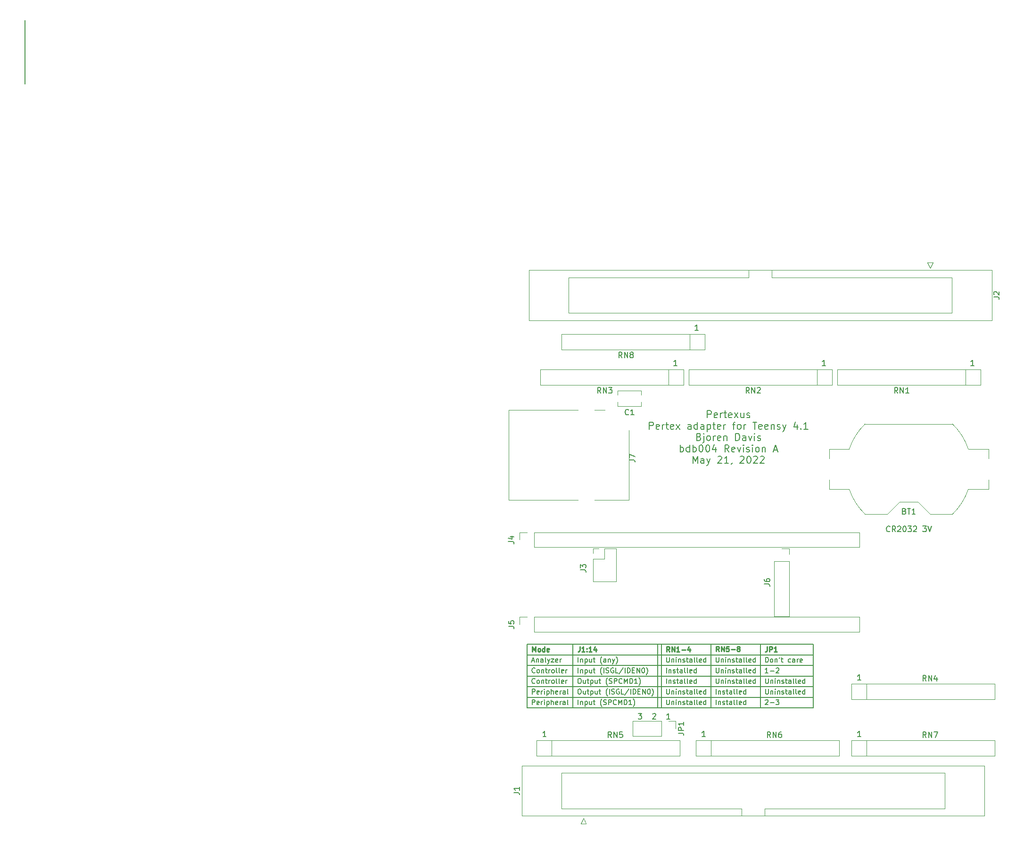
<source format=gbr>
%TF.GenerationSoftware,KiCad,Pcbnew,(6.0.4)*%
%TF.CreationDate,2022-05-21T22:21:06-04:00*%
%TF.ProjectId,pertec_arduino_adapter,70657274-6563-45f6-9172-6475696e6f5f,A*%
%TF.SameCoordinates,Original*%
%TF.FileFunction,Legend,Top*%
%TF.FilePolarity,Positive*%
%FSLAX46Y46*%
G04 Gerber Fmt 4.6, Leading zero omitted, Abs format (unit mm)*
G04 Created by KiCad (PCBNEW (6.0.4)) date 2022-05-21 22:21:06*
%MOMM*%
%LPD*%
G01*
G04 APERTURE LIST*
%ADD10C,0.150000*%
%ADD11C,0.152400*%
%ADD12C,0.222250*%
%ADD13C,0.120000*%
G04 APERTURE END LIST*
D10*
X90170000Y-115951000D02*
X141605000Y-115951000D01*
X90170000Y-114046000D02*
X141605000Y-114046000D01*
X132080000Y-106426000D02*
X132080000Y-117856000D01*
X114300000Y-106426000D02*
X114300000Y-117856000D01*
X123190000Y-106426000D02*
X123190000Y-117856000D01*
X90170000Y-106426000D02*
X141605000Y-106426000D01*
X0Y5715000D02*
X0Y-5715000D01*
X113665000Y-106426000D02*
X113665000Y-117856000D01*
X90170000Y-117856000D02*
X141605000Y-117856000D01*
X90170000Y-108331000D02*
X141605000Y-108331000D01*
X90170000Y-106426000D02*
X90170000Y-117856000D01*
X90170000Y-112141000D02*
X141605000Y-112141000D01*
X141605000Y-106426000D02*
X141605000Y-117856000D01*
X90170000Y-110236000D02*
X141605000Y-110236000D01*
X98425000Y-106426000D02*
X98425000Y-117856000D01*
D11*
X115245726Y-111527166D02*
X115245726Y-110638166D01*
X115669060Y-110934500D02*
X115669060Y-111527166D01*
X115669060Y-111019166D02*
X115711393Y-110976833D01*
X115796060Y-110934500D01*
X115923060Y-110934500D01*
X116007726Y-110976833D01*
X116050060Y-111061500D01*
X116050060Y-111527166D01*
X116431060Y-111484833D02*
X116515726Y-111527166D01*
X116685060Y-111527166D01*
X116769726Y-111484833D01*
X116812060Y-111400166D01*
X116812060Y-111357833D01*
X116769726Y-111273166D01*
X116685060Y-111230833D01*
X116558060Y-111230833D01*
X116473393Y-111188500D01*
X116431060Y-111103833D01*
X116431060Y-111061500D01*
X116473393Y-110976833D01*
X116558060Y-110934500D01*
X116685060Y-110934500D01*
X116769726Y-110976833D01*
X117066060Y-110934500D02*
X117404726Y-110934500D01*
X117193060Y-110638166D02*
X117193060Y-111400166D01*
X117235393Y-111484833D01*
X117320060Y-111527166D01*
X117404726Y-111527166D01*
X118082060Y-111527166D02*
X118082060Y-111061500D01*
X118039726Y-110976833D01*
X117955060Y-110934500D01*
X117785726Y-110934500D01*
X117701060Y-110976833D01*
X118082060Y-111484833D02*
X117997393Y-111527166D01*
X117785726Y-111527166D01*
X117701060Y-111484833D01*
X117658726Y-111400166D01*
X117658726Y-111315500D01*
X117701060Y-111230833D01*
X117785726Y-111188500D01*
X117997393Y-111188500D01*
X118082060Y-111146166D01*
X118632393Y-111527166D02*
X118547726Y-111484833D01*
X118505393Y-111400166D01*
X118505393Y-110638166D01*
X119098060Y-111527166D02*
X119013393Y-111484833D01*
X118971060Y-111400166D01*
X118971060Y-110638166D01*
X119775393Y-111484833D02*
X119690726Y-111527166D01*
X119521393Y-111527166D01*
X119436726Y-111484833D01*
X119394393Y-111400166D01*
X119394393Y-111061500D01*
X119436726Y-110976833D01*
X119521393Y-110934500D01*
X119690726Y-110934500D01*
X119775393Y-110976833D01*
X119817726Y-111061500D01*
X119817726Y-111146166D01*
X119394393Y-111230833D01*
X120579726Y-111527166D02*
X120579726Y-110638166D01*
X120579726Y-111484833D02*
X120495060Y-111527166D01*
X120325726Y-111527166D01*
X120241060Y-111484833D01*
X120198726Y-111442500D01*
X120156393Y-111357833D01*
X120156393Y-111103833D01*
X120198726Y-111019166D01*
X120241060Y-110976833D01*
X120325726Y-110934500D01*
X120495060Y-110934500D01*
X120579726Y-110976833D01*
D10*
X115855714Y-119832380D02*
X115284285Y-119832380D01*
X115570000Y-119832380D02*
X115570000Y-118832380D01*
X115474761Y-118975238D01*
X115379523Y-119070476D01*
X115284285Y-119118095D01*
X155369047Y-86082142D02*
X155321428Y-86129761D01*
X155178571Y-86177380D01*
X155083333Y-86177380D01*
X154940476Y-86129761D01*
X154845238Y-86034523D01*
X154797619Y-85939285D01*
X154750000Y-85748809D01*
X154750000Y-85605952D01*
X154797619Y-85415476D01*
X154845238Y-85320238D01*
X154940476Y-85225000D01*
X155083333Y-85177380D01*
X155178571Y-85177380D01*
X155321428Y-85225000D01*
X155369047Y-85272619D01*
X156369047Y-86177380D02*
X156035714Y-85701190D01*
X155797619Y-86177380D02*
X155797619Y-85177380D01*
X156178571Y-85177380D01*
X156273809Y-85225000D01*
X156321428Y-85272619D01*
X156369047Y-85367857D01*
X156369047Y-85510714D01*
X156321428Y-85605952D01*
X156273809Y-85653571D01*
X156178571Y-85701190D01*
X155797619Y-85701190D01*
X156750000Y-85272619D02*
X156797619Y-85225000D01*
X156892857Y-85177380D01*
X157130952Y-85177380D01*
X157226190Y-85225000D01*
X157273809Y-85272619D01*
X157321428Y-85367857D01*
X157321428Y-85463095D01*
X157273809Y-85605952D01*
X156702380Y-86177380D01*
X157321428Y-86177380D01*
X157940476Y-85177380D02*
X158035714Y-85177380D01*
X158130952Y-85225000D01*
X158178571Y-85272619D01*
X158226190Y-85367857D01*
X158273809Y-85558333D01*
X158273809Y-85796428D01*
X158226190Y-85986904D01*
X158178571Y-86082142D01*
X158130952Y-86129761D01*
X158035714Y-86177380D01*
X157940476Y-86177380D01*
X157845238Y-86129761D01*
X157797619Y-86082142D01*
X157750000Y-85986904D01*
X157702380Y-85796428D01*
X157702380Y-85558333D01*
X157750000Y-85367857D01*
X157797619Y-85272619D01*
X157845238Y-85225000D01*
X157940476Y-85177380D01*
X158607142Y-85177380D02*
X159226190Y-85177380D01*
X158892857Y-85558333D01*
X159035714Y-85558333D01*
X159130952Y-85605952D01*
X159178571Y-85653571D01*
X159226190Y-85748809D01*
X159226190Y-85986904D01*
X159178571Y-86082142D01*
X159130952Y-86129761D01*
X159035714Y-86177380D01*
X158750000Y-86177380D01*
X158654761Y-86129761D01*
X158607142Y-86082142D01*
X159607142Y-85272619D02*
X159654761Y-85225000D01*
X159750000Y-85177380D01*
X159988095Y-85177380D01*
X160083333Y-85225000D01*
X160130952Y-85272619D01*
X160178571Y-85367857D01*
X160178571Y-85463095D01*
X160130952Y-85605952D01*
X159559523Y-86177380D01*
X160178571Y-86177380D01*
X161273809Y-85177380D02*
X161892857Y-85177380D01*
X161559523Y-85558333D01*
X161702380Y-85558333D01*
X161797619Y-85605952D01*
X161845238Y-85653571D01*
X161892857Y-85748809D01*
X161892857Y-85986904D01*
X161845238Y-86082142D01*
X161797619Y-86129761D01*
X161702380Y-86177380D01*
X161416666Y-86177380D01*
X161321428Y-86129761D01*
X161273809Y-86082142D01*
X162178571Y-85177380D02*
X162511904Y-86177380D01*
X162845238Y-85177380D01*
D12*
X91161129Y-107717166D02*
X91161129Y-106828166D01*
X91457462Y-107463166D01*
X91753795Y-106828166D01*
X91753795Y-107717166D01*
X92304129Y-107717166D02*
X92219462Y-107674833D01*
X92177129Y-107632500D01*
X92134795Y-107547833D01*
X92134795Y-107293833D01*
X92177129Y-107209166D01*
X92219462Y-107166833D01*
X92304129Y-107124500D01*
X92431129Y-107124500D01*
X92515795Y-107166833D01*
X92558129Y-107209166D01*
X92600462Y-107293833D01*
X92600462Y-107547833D01*
X92558129Y-107632500D01*
X92515795Y-107674833D01*
X92431129Y-107717166D01*
X92304129Y-107717166D01*
X93362462Y-107717166D02*
X93362462Y-106828166D01*
X93362462Y-107674833D02*
X93277795Y-107717166D01*
X93108462Y-107717166D01*
X93023795Y-107674833D01*
X92981462Y-107632500D01*
X92939129Y-107547833D01*
X92939129Y-107293833D01*
X92981462Y-107209166D01*
X93023795Y-107166833D01*
X93108462Y-107124500D01*
X93277795Y-107124500D01*
X93362462Y-107166833D01*
X94124462Y-107674833D02*
X94039795Y-107717166D01*
X93870462Y-107717166D01*
X93785795Y-107674833D01*
X93743462Y-107590166D01*
X93743462Y-107251500D01*
X93785795Y-107166833D01*
X93870462Y-107124500D01*
X94039795Y-107124500D01*
X94124462Y-107166833D01*
X94166795Y-107251500D01*
X94166795Y-107336166D01*
X93743462Y-107420833D01*
D10*
X120935714Y-49982380D02*
X120364285Y-49982380D01*
X120650000Y-49982380D02*
X120650000Y-48982380D01*
X120554761Y-49125238D01*
X120459523Y-49220476D01*
X120364285Y-49268095D01*
X150145714Y-123007380D02*
X149574285Y-123007380D01*
X149860000Y-123007380D02*
X149860000Y-122007380D01*
X149764761Y-122150238D01*
X149669523Y-122245476D01*
X149574285Y-122293095D01*
D11*
X99540060Y-112543166D02*
X99709393Y-112543166D01*
X99794060Y-112585500D01*
X99878726Y-112670166D01*
X99921060Y-112839500D01*
X99921060Y-113135833D01*
X99878726Y-113305166D01*
X99794060Y-113389833D01*
X99709393Y-113432166D01*
X99540060Y-113432166D01*
X99455393Y-113389833D01*
X99370726Y-113305166D01*
X99328393Y-113135833D01*
X99328393Y-112839500D01*
X99370726Y-112670166D01*
X99455393Y-112585500D01*
X99540060Y-112543166D01*
X100683060Y-112839500D02*
X100683060Y-113432166D01*
X100302060Y-112839500D02*
X100302060Y-113305166D01*
X100344393Y-113389833D01*
X100429060Y-113432166D01*
X100556060Y-113432166D01*
X100640726Y-113389833D01*
X100683060Y-113347500D01*
X100979393Y-112839500D02*
X101318060Y-112839500D01*
X101106393Y-112543166D02*
X101106393Y-113305166D01*
X101148726Y-113389833D01*
X101233393Y-113432166D01*
X101318060Y-113432166D01*
X101614393Y-112839500D02*
X101614393Y-113728500D01*
X101614393Y-112881833D02*
X101699060Y-112839500D01*
X101868393Y-112839500D01*
X101953060Y-112881833D01*
X101995393Y-112924166D01*
X102037726Y-113008833D01*
X102037726Y-113262833D01*
X101995393Y-113347500D01*
X101953060Y-113389833D01*
X101868393Y-113432166D01*
X101699060Y-113432166D01*
X101614393Y-113389833D01*
X102799726Y-112839500D02*
X102799726Y-113432166D01*
X102418726Y-112839500D02*
X102418726Y-113305166D01*
X102461060Y-113389833D01*
X102545726Y-113432166D01*
X102672726Y-113432166D01*
X102757393Y-113389833D01*
X102799726Y-113347500D01*
X103096060Y-112839500D02*
X103434726Y-112839500D01*
X103223060Y-112543166D02*
X103223060Y-113305166D01*
X103265393Y-113389833D01*
X103350060Y-113432166D01*
X103434726Y-113432166D01*
X104662393Y-113770833D02*
X104620060Y-113728500D01*
X104535393Y-113601500D01*
X104493060Y-113516833D01*
X104450726Y-113389833D01*
X104408393Y-113178166D01*
X104408393Y-113008833D01*
X104450726Y-112797166D01*
X104493060Y-112670166D01*
X104535393Y-112585500D01*
X104620060Y-112458500D01*
X104662393Y-112416166D01*
X104958726Y-113389833D02*
X105085726Y-113432166D01*
X105297393Y-113432166D01*
X105382060Y-113389833D01*
X105424393Y-113347500D01*
X105466726Y-113262833D01*
X105466726Y-113178166D01*
X105424393Y-113093500D01*
X105382060Y-113051166D01*
X105297393Y-113008833D01*
X105128060Y-112966500D01*
X105043393Y-112924166D01*
X105001060Y-112881833D01*
X104958726Y-112797166D01*
X104958726Y-112712500D01*
X105001060Y-112627833D01*
X105043393Y-112585500D01*
X105128060Y-112543166D01*
X105339726Y-112543166D01*
X105466726Y-112585500D01*
X105847726Y-113432166D02*
X105847726Y-112543166D01*
X106186393Y-112543166D01*
X106271060Y-112585500D01*
X106313393Y-112627833D01*
X106355726Y-112712500D01*
X106355726Y-112839500D01*
X106313393Y-112924166D01*
X106271060Y-112966500D01*
X106186393Y-113008833D01*
X105847726Y-113008833D01*
X107244726Y-113347500D02*
X107202393Y-113389833D01*
X107075393Y-113432166D01*
X106990726Y-113432166D01*
X106863726Y-113389833D01*
X106779060Y-113305166D01*
X106736726Y-113220500D01*
X106694393Y-113051166D01*
X106694393Y-112924166D01*
X106736726Y-112754833D01*
X106779060Y-112670166D01*
X106863726Y-112585500D01*
X106990726Y-112543166D01*
X107075393Y-112543166D01*
X107202393Y-112585500D01*
X107244726Y-112627833D01*
X107625726Y-113432166D02*
X107625726Y-112543166D01*
X107922060Y-113178166D01*
X108218393Y-112543166D01*
X108218393Y-113432166D01*
X108641726Y-113432166D02*
X108641726Y-112543166D01*
X108853393Y-112543166D01*
X108980393Y-112585500D01*
X109065060Y-112670166D01*
X109107393Y-112754833D01*
X109149726Y-112924166D01*
X109149726Y-113051166D01*
X109107393Y-113220500D01*
X109065060Y-113305166D01*
X108980393Y-113389833D01*
X108853393Y-113432166D01*
X108641726Y-113432166D01*
X109996393Y-113432166D02*
X109488393Y-113432166D01*
X109742393Y-113432166D02*
X109742393Y-112543166D01*
X109657726Y-112670166D01*
X109573060Y-112754833D01*
X109488393Y-112797166D01*
X110292726Y-113770833D02*
X110335060Y-113728500D01*
X110419726Y-113601500D01*
X110462060Y-113516833D01*
X110504393Y-113389833D01*
X110546726Y-113178166D01*
X110546726Y-113008833D01*
X110504393Y-112797166D01*
X110462060Y-112670166D01*
X110419726Y-112585500D01*
X110335060Y-112458500D01*
X110292726Y-112416166D01*
X132983393Y-116437833D02*
X133025726Y-116395500D01*
X133110393Y-116353166D01*
X133322060Y-116353166D01*
X133406726Y-116395500D01*
X133449060Y-116437833D01*
X133491393Y-116522500D01*
X133491393Y-116607166D01*
X133449060Y-116734166D01*
X132941060Y-117242166D01*
X133491393Y-117242166D01*
X133872393Y-116903500D02*
X134549726Y-116903500D01*
X134888393Y-116353166D02*
X135438726Y-116353166D01*
X135142393Y-116691833D01*
X135269393Y-116691833D01*
X135354060Y-116734166D01*
X135396393Y-116776500D01*
X135438726Y-116861166D01*
X135438726Y-117072833D01*
X135396393Y-117157500D01*
X135354060Y-117199833D01*
X135269393Y-117242166D01*
X135015393Y-117242166D01*
X134930726Y-117199833D01*
X134888393Y-117157500D01*
D10*
X122205714Y-123007380D02*
X121634285Y-123007380D01*
X121920000Y-123007380D02*
X121920000Y-122007380D01*
X121824761Y-122150238D01*
X121729523Y-122245476D01*
X121634285Y-122293095D01*
D11*
X115245726Y-108733166D02*
X115245726Y-109452833D01*
X115288060Y-109537500D01*
X115330393Y-109579833D01*
X115415060Y-109622166D01*
X115584393Y-109622166D01*
X115669060Y-109579833D01*
X115711393Y-109537500D01*
X115753726Y-109452833D01*
X115753726Y-108733166D01*
X116177060Y-109029500D02*
X116177060Y-109622166D01*
X116177060Y-109114166D02*
X116219393Y-109071833D01*
X116304060Y-109029500D01*
X116431060Y-109029500D01*
X116515726Y-109071833D01*
X116558060Y-109156500D01*
X116558060Y-109622166D01*
X116981393Y-109622166D02*
X116981393Y-109029500D01*
X116981393Y-108733166D02*
X116939060Y-108775500D01*
X116981393Y-108817833D01*
X117023726Y-108775500D01*
X116981393Y-108733166D01*
X116981393Y-108817833D01*
X117404726Y-109029500D02*
X117404726Y-109622166D01*
X117404726Y-109114166D02*
X117447060Y-109071833D01*
X117531726Y-109029500D01*
X117658726Y-109029500D01*
X117743393Y-109071833D01*
X117785726Y-109156500D01*
X117785726Y-109622166D01*
X118166726Y-109579833D02*
X118251393Y-109622166D01*
X118420726Y-109622166D01*
X118505393Y-109579833D01*
X118547726Y-109495166D01*
X118547726Y-109452833D01*
X118505393Y-109368166D01*
X118420726Y-109325833D01*
X118293726Y-109325833D01*
X118209060Y-109283500D01*
X118166726Y-109198833D01*
X118166726Y-109156500D01*
X118209060Y-109071833D01*
X118293726Y-109029500D01*
X118420726Y-109029500D01*
X118505393Y-109071833D01*
X118801726Y-109029500D02*
X119140393Y-109029500D01*
X118928726Y-108733166D02*
X118928726Y-109495166D01*
X118971060Y-109579833D01*
X119055726Y-109622166D01*
X119140393Y-109622166D01*
X119817726Y-109622166D02*
X119817726Y-109156500D01*
X119775393Y-109071833D01*
X119690726Y-109029500D01*
X119521393Y-109029500D01*
X119436726Y-109071833D01*
X119817726Y-109579833D02*
X119733060Y-109622166D01*
X119521393Y-109622166D01*
X119436726Y-109579833D01*
X119394393Y-109495166D01*
X119394393Y-109410500D01*
X119436726Y-109325833D01*
X119521393Y-109283500D01*
X119733060Y-109283500D01*
X119817726Y-109241166D01*
X120368060Y-109622166D02*
X120283393Y-109579833D01*
X120241060Y-109495166D01*
X120241060Y-108733166D01*
X120833726Y-109622166D02*
X120749060Y-109579833D01*
X120706726Y-109495166D01*
X120706726Y-108733166D01*
X121511060Y-109579833D02*
X121426393Y-109622166D01*
X121257060Y-109622166D01*
X121172393Y-109579833D01*
X121130060Y-109495166D01*
X121130060Y-109156500D01*
X121172393Y-109071833D01*
X121257060Y-109029500D01*
X121426393Y-109029500D01*
X121511060Y-109071833D01*
X121553393Y-109156500D01*
X121553393Y-109241166D01*
X121130060Y-109325833D01*
X122315393Y-109622166D02*
X122315393Y-108733166D01*
X122315393Y-109579833D02*
X122230726Y-109622166D01*
X122061393Y-109622166D01*
X121976726Y-109579833D01*
X121934393Y-109537500D01*
X121892060Y-109452833D01*
X121892060Y-109198833D01*
X121934393Y-109114166D01*
X121976726Y-109071833D01*
X122061393Y-109029500D01*
X122230726Y-109029500D01*
X122315393Y-109071833D01*
X124135726Y-108733166D02*
X124135726Y-109452833D01*
X124178060Y-109537500D01*
X124220393Y-109579833D01*
X124305060Y-109622166D01*
X124474393Y-109622166D01*
X124559060Y-109579833D01*
X124601393Y-109537500D01*
X124643726Y-109452833D01*
X124643726Y-108733166D01*
X125067060Y-109029500D02*
X125067060Y-109622166D01*
X125067060Y-109114166D02*
X125109393Y-109071833D01*
X125194060Y-109029500D01*
X125321060Y-109029500D01*
X125405726Y-109071833D01*
X125448060Y-109156500D01*
X125448060Y-109622166D01*
X125871393Y-109622166D02*
X125871393Y-109029500D01*
X125871393Y-108733166D02*
X125829060Y-108775500D01*
X125871393Y-108817833D01*
X125913726Y-108775500D01*
X125871393Y-108733166D01*
X125871393Y-108817833D01*
X126294726Y-109029500D02*
X126294726Y-109622166D01*
X126294726Y-109114166D02*
X126337060Y-109071833D01*
X126421726Y-109029500D01*
X126548726Y-109029500D01*
X126633393Y-109071833D01*
X126675726Y-109156500D01*
X126675726Y-109622166D01*
X127056726Y-109579833D02*
X127141393Y-109622166D01*
X127310726Y-109622166D01*
X127395393Y-109579833D01*
X127437726Y-109495166D01*
X127437726Y-109452833D01*
X127395393Y-109368166D01*
X127310726Y-109325833D01*
X127183726Y-109325833D01*
X127099060Y-109283500D01*
X127056726Y-109198833D01*
X127056726Y-109156500D01*
X127099060Y-109071833D01*
X127183726Y-109029500D01*
X127310726Y-109029500D01*
X127395393Y-109071833D01*
X127691726Y-109029500D02*
X128030393Y-109029500D01*
X127818726Y-108733166D02*
X127818726Y-109495166D01*
X127861060Y-109579833D01*
X127945726Y-109622166D01*
X128030393Y-109622166D01*
X128707726Y-109622166D02*
X128707726Y-109156500D01*
X128665393Y-109071833D01*
X128580726Y-109029500D01*
X128411393Y-109029500D01*
X128326726Y-109071833D01*
X128707726Y-109579833D02*
X128623060Y-109622166D01*
X128411393Y-109622166D01*
X128326726Y-109579833D01*
X128284393Y-109495166D01*
X128284393Y-109410500D01*
X128326726Y-109325833D01*
X128411393Y-109283500D01*
X128623060Y-109283500D01*
X128707726Y-109241166D01*
X129258060Y-109622166D02*
X129173393Y-109579833D01*
X129131060Y-109495166D01*
X129131060Y-108733166D01*
X129723726Y-109622166D02*
X129639060Y-109579833D01*
X129596726Y-109495166D01*
X129596726Y-108733166D01*
X130401060Y-109579833D02*
X130316393Y-109622166D01*
X130147060Y-109622166D01*
X130062393Y-109579833D01*
X130020060Y-109495166D01*
X130020060Y-109156500D01*
X130062393Y-109071833D01*
X130147060Y-109029500D01*
X130316393Y-109029500D01*
X130401060Y-109071833D01*
X130443393Y-109156500D01*
X130443393Y-109241166D01*
X130020060Y-109325833D01*
X131205393Y-109622166D02*
X131205393Y-108733166D01*
X131205393Y-109579833D02*
X131120726Y-109622166D01*
X130951393Y-109622166D01*
X130866726Y-109579833D01*
X130824393Y-109537500D01*
X130782060Y-109452833D01*
X130782060Y-109198833D01*
X130824393Y-109114166D01*
X130866726Y-109071833D01*
X130951393Y-109029500D01*
X131120726Y-109029500D01*
X131205393Y-109071833D01*
X115245726Y-114448166D02*
X115245726Y-115167833D01*
X115288060Y-115252500D01*
X115330393Y-115294833D01*
X115415060Y-115337166D01*
X115584393Y-115337166D01*
X115669060Y-115294833D01*
X115711393Y-115252500D01*
X115753726Y-115167833D01*
X115753726Y-114448166D01*
X116177060Y-114744500D02*
X116177060Y-115337166D01*
X116177060Y-114829166D02*
X116219393Y-114786833D01*
X116304060Y-114744500D01*
X116431060Y-114744500D01*
X116515726Y-114786833D01*
X116558060Y-114871500D01*
X116558060Y-115337166D01*
X116981393Y-115337166D02*
X116981393Y-114744500D01*
X116981393Y-114448166D02*
X116939060Y-114490500D01*
X116981393Y-114532833D01*
X117023726Y-114490500D01*
X116981393Y-114448166D01*
X116981393Y-114532833D01*
X117404726Y-114744500D02*
X117404726Y-115337166D01*
X117404726Y-114829166D02*
X117447060Y-114786833D01*
X117531726Y-114744500D01*
X117658726Y-114744500D01*
X117743393Y-114786833D01*
X117785726Y-114871500D01*
X117785726Y-115337166D01*
X118166726Y-115294833D02*
X118251393Y-115337166D01*
X118420726Y-115337166D01*
X118505393Y-115294833D01*
X118547726Y-115210166D01*
X118547726Y-115167833D01*
X118505393Y-115083166D01*
X118420726Y-115040833D01*
X118293726Y-115040833D01*
X118209060Y-114998500D01*
X118166726Y-114913833D01*
X118166726Y-114871500D01*
X118209060Y-114786833D01*
X118293726Y-114744500D01*
X118420726Y-114744500D01*
X118505393Y-114786833D01*
X118801726Y-114744500D02*
X119140393Y-114744500D01*
X118928726Y-114448166D02*
X118928726Y-115210166D01*
X118971060Y-115294833D01*
X119055726Y-115337166D01*
X119140393Y-115337166D01*
X119817726Y-115337166D02*
X119817726Y-114871500D01*
X119775393Y-114786833D01*
X119690726Y-114744500D01*
X119521393Y-114744500D01*
X119436726Y-114786833D01*
X119817726Y-115294833D02*
X119733060Y-115337166D01*
X119521393Y-115337166D01*
X119436726Y-115294833D01*
X119394393Y-115210166D01*
X119394393Y-115125500D01*
X119436726Y-115040833D01*
X119521393Y-114998500D01*
X119733060Y-114998500D01*
X119817726Y-114956166D01*
X120368060Y-115337166D02*
X120283393Y-115294833D01*
X120241060Y-115210166D01*
X120241060Y-114448166D01*
X120833726Y-115337166D02*
X120749060Y-115294833D01*
X120706726Y-115210166D01*
X120706726Y-114448166D01*
X121511060Y-115294833D02*
X121426393Y-115337166D01*
X121257060Y-115337166D01*
X121172393Y-115294833D01*
X121130060Y-115210166D01*
X121130060Y-114871500D01*
X121172393Y-114786833D01*
X121257060Y-114744500D01*
X121426393Y-114744500D01*
X121511060Y-114786833D01*
X121553393Y-114871500D01*
X121553393Y-114956166D01*
X121130060Y-115040833D01*
X122315393Y-115337166D02*
X122315393Y-114448166D01*
X122315393Y-115294833D02*
X122230726Y-115337166D01*
X122061393Y-115337166D01*
X121976726Y-115294833D01*
X121934393Y-115252500D01*
X121892060Y-115167833D01*
X121892060Y-114913833D01*
X121934393Y-114829166D01*
X121976726Y-114786833D01*
X122061393Y-114744500D01*
X122230726Y-114744500D01*
X122315393Y-114786833D01*
D10*
X117125714Y-56332380D02*
X116554285Y-56332380D01*
X116840000Y-56332380D02*
X116840000Y-55332380D01*
X116744761Y-55475238D01*
X116649523Y-55570476D01*
X116554285Y-55618095D01*
D11*
X99370726Y-117242166D02*
X99370726Y-116353166D01*
X99794060Y-116649500D02*
X99794060Y-117242166D01*
X99794060Y-116734166D02*
X99836393Y-116691833D01*
X99921060Y-116649500D01*
X100048060Y-116649500D01*
X100132726Y-116691833D01*
X100175060Y-116776500D01*
X100175060Y-117242166D01*
X100598393Y-116649500D02*
X100598393Y-117538500D01*
X100598393Y-116691833D02*
X100683060Y-116649500D01*
X100852393Y-116649500D01*
X100937060Y-116691833D01*
X100979393Y-116734166D01*
X101021726Y-116818833D01*
X101021726Y-117072833D01*
X100979393Y-117157500D01*
X100937060Y-117199833D01*
X100852393Y-117242166D01*
X100683060Y-117242166D01*
X100598393Y-117199833D01*
X101783726Y-116649500D02*
X101783726Y-117242166D01*
X101402726Y-116649500D02*
X101402726Y-117115166D01*
X101445060Y-117199833D01*
X101529726Y-117242166D01*
X101656726Y-117242166D01*
X101741393Y-117199833D01*
X101783726Y-117157500D01*
X102080060Y-116649500D02*
X102418726Y-116649500D01*
X102207060Y-116353166D02*
X102207060Y-117115166D01*
X102249393Y-117199833D01*
X102334060Y-117242166D01*
X102418726Y-117242166D01*
X103646393Y-117580833D02*
X103604060Y-117538500D01*
X103519393Y-117411500D01*
X103477060Y-117326833D01*
X103434726Y-117199833D01*
X103392393Y-116988166D01*
X103392393Y-116818833D01*
X103434726Y-116607166D01*
X103477060Y-116480166D01*
X103519393Y-116395500D01*
X103604060Y-116268500D01*
X103646393Y-116226166D01*
X103942726Y-117199833D02*
X104069726Y-117242166D01*
X104281393Y-117242166D01*
X104366060Y-117199833D01*
X104408393Y-117157500D01*
X104450726Y-117072833D01*
X104450726Y-116988166D01*
X104408393Y-116903500D01*
X104366060Y-116861166D01*
X104281393Y-116818833D01*
X104112060Y-116776500D01*
X104027393Y-116734166D01*
X103985060Y-116691833D01*
X103942726Y-116607166D01*
X103942726Y-116522500D01*
X103985060Y-116437833D01*
X104027393Y-116395500D01*
X104112060Y-116353166D01*
X104323726Y-116353166D01*
X104450726Y-116395500D01*
X104831726Y-117242166D02*
X104831726Y-116353166D01*
X105170393Y-116353166D01*
X105255060Y-116395500D01*
X105297393Y-116437833D01*
X105339726Y-116522500D01*
X105339726Y-116649500D01*
X105297393Y-116734166D01*
X105255060Y-116776500D01*
X105170393Y-116818833D01*
X104831726Y-116818833D01*
X106228726Y-117157500D02*
X106186393Y-117199833D01*
X106059393Y-117242166D01*
X105974726Y-117242166D01*
X105847726Y-117199833D01*
X105763060Y-117115166D01*
X105720726Y-117030500D01*
X105678393Y-116861166D01*
X105678393Y-116734166D01*
X105720726Y-116564833D01*
X105763060Y-116480166D01*
X105847726Y-116395500D01*
X105974726Y-116353166D01*
X106059393Y-116353166D01*
X106186393Y-116395500D01*
X106228726Y-116437833D01*
X106609726Y-117242166D02*
X106609726Y-116353166D01*
X106906060Y-116988166D01*
X107202393Y-116353166D01*
X107202393Y-117242166D01*
X107625726Y-117242166D02*
X107625726Y-116353166D01*
X107837393Y-116353166D01*
X107964393Y-116395500D01*
X108049060Y-116480166D01*
X108091393Y-116564833D01*
X108133726Y-116734166D01*
X108133726Y-116861166D01*
X108091393Y-117030500D01*
X108049060Y-117115166D01*
X107964393Y-117199833D01*
X107837393Y-117242166D01*
X107625726Y-117242166D01*
X108980393Y-117242166D02*
X108472393Y-117242166D01*
X108726393Y-117242166D02*
X108726393Y-116353166D01*
X108641726Y-116480166D01*
X108557060Y-116564833D01*
X108472393Y-116607166D01*
X109276726Y-117580833D02*
X109319060Y-117538500D01*
X109403726Y-117411500D01*
X109446060Y-117326833D01*
X109488393Y-117199833D01*
X109530726Y-116988166D01*
X109530726Y-116818833D01*
X109488393Y-116607166D01*
X109446060Y-116480166D01*
X109403726Y-116395500D01*
X109319060Y-116268500D01*
X109276726Y-116226166D01*
D10*
X150145714Y-112847380D02*
X149574285Y-112847380D01*
X149860000Y-112847380D02*
X149860000Y-111847380D01*
X149764761Y-111990238D01*
X149669523Y-112085476D01*
X149574285Y-112133095D01*
D11*
X133025726Y-112543166D02*
X133025726Y-113262833D01*
X133068060Y-113347500D01*
X133110393Y-113389833D01*
X133195060Y-113432166D01*
X133364393Y-113432166D01*
X133449060Y-113389833D01*
X133491393Y-113347500D01*
X133533726Y-113262833D01*
X133533726Y-112543166D01*
X133957060Y-112839500D02*
X133957060Y-113432166D01*
X133957060Y-112924166D02*
X133999393Y-112881833D01*
X134084060Y-112839500D01*
X134211060Y-112839500D01*
X134295726Y-112881833D01*
X134338060Y-112966500D01*
X134338060Y-113432166D01*
X134761393Y-113432166D02*
X134761393Y-112839500D01*
X134761393Y-112543166D02*
X134719060Y-112585500D01*
X134761393Y-112627833D01*
X134803726Y-112585500D01*
X134761393Y-112543166D01*
X134761393Y-112627833D01*
X135184726Y-112839500D02*
X135184726Y-113432166D01*
X135184726Y-112924166D02*
X135227060Y-112881833D01*
X135311726Y-112839500D01*
X135438726Y-112839500D01*
X135523393Y-112881833D01*
X135565726Y-112966500D01*
X135565726Y-113432166D01*
X135946726Y-113389833D02*
X136031393Y-113432166D01*
X136200726Y-113432166D01*
X136285393Y-113389833D01*
X136327726Y-113305166D01*
X136327726Y-113262833D01*
X136285393Y-113178166D01*
X136200726Y-113135833D01*
X136073726Y-113135833D01*
X135989060Y-113093500D01*
X135946726Y-113008833D01*
X135946726Y-112966500D01*
X135989060Y-112881833D01*
X136073726Y-112839500D01*
X136200726Y-112839500D01*
X136285393Y-112881833D01*
X136581726Y-112839500D02*
X136920393Y-112839500D01*
X136708726Y-112543166D02*
X136708726Y-113305166D01*
X136751060Y-113389833D01*
X136835726Y-113432166D01*
X136920393Y-113432166D01*
X137597726Y-113432166D02*
X137597726Y-112966500D01*
X137555393Y-112881833D01*
X137470726Y-112839500D01*
X137301393Y-112839500D01*
X137216726Y-112881833D01*
X137597726Y-113389833D02*
X137513060Y-113432166D01*
X137301393Y-113432166D01*
X137216726Y-113389833D01*
X137174393Y-113305166D01*
X137174393Y-113220500D01*
X137216726Y-113135833D01*
X137301393Y-113093500D01*
X137513060Y-113093500D01*
X137597726Y-113051166D01*
X138148060Y-113432166D02*
X138063393Y-113389833D01*
X138021060Y-113305166D01*
X138021060Y-112543166D01*
X138613726Y-113432166D02*
X138529060Y-113389833D01*
X138486726Y-113305166D01*
X138486726Y-112543166D01*
X139291060Y-113389833D02*
X139206393Y-113432166D01*
X139037060Y-113432166D01*
X138952393Y-113389833D01*
X138910060Y-113305166D01*
X138910060Y-112966500D01*
X138952393Y-112881833D01*
X139037060Y-112839500D01*
X139206393Y-112839500D01*
X139291060Y-112881833D01*
X139333393Y-112966500D01*
X139333393Y-113051166D01*
X138910060Y-113135833D01*
X140095393Y-113432166D02*
X140095393Y-112543166D01*
X140095393Y-113389833D02*
X140010726Y-113432166D01*
X139841393Y-113432166D01*
X139756726Y-113389833D01*
X139714393Y-113347500D01*
X139672060Y-113262833D01*
X139672060Y-113008833D01*
X139714393Y-112924166D01*
X139756726Y-112881833D01*
X139841393Y-112839500D01*
X140010726Y-112839500D01*
X140095393Y-112881833D01*
D10*
X143795714Y-56332380D02*
X143224285Y-56332380D01*
X143510000Y-56332380D02*
X143510000Y-55332380D01*
X143414761Y-55475238D01*
X143319523Y-55570476D01*
X143224285Y-55618095D01*
D11*
X91623726Y-111442500D02*
X91581393Y-111484833D01*
X91454393Y-111527166D01*
X91369726Y-111527166D01*
X91242726Y-111484833D01*
X91158060Y-111400166D01*
X91115726Y-111315500D01*
X91073393Y-111146166D01*
X91073393Y-111019166D01*
X91115726Y-110849833D01*
X91158060Y-110765166D01*
X91242726Y-110680500D01*
X91369726Y-110638166D01*
X91454393Y-110638166D01*
X91581393Y-110680500D01*
X91623726Y-110722833D01*
X92131726Y-111527166D02*
X92047060Y-111484833D01*
X92004726Y-111442500D01*
X91962393Y-111357833D01*
X91962393Y-111103833D01*
X92004726Y-111019166D01*
X92047060Y-110976833D01*
X92131726Y-110934500D01*
X92258726Y-110934500D01*
X92343393Y-110976833D01*
X92385726Y-111019166D01*
X92428060Y-111103833D01*
X92428060Y-111357833D01*
X92385726Y-111442500D01*
X92343393Y-111484833D01*
X92258726Y-111527166D01*
X92131726Y-111527166D01*
X92809060Y-110934500D02*
X92809060Y-111527166D01*
X92809060Y-111019166D02*
X92851393Y-110976833D01*
X92936060Y-110934500D01*
X93063060Y-110934500D01*
X93147726Y-110976833D01*
X93190060Y-111061500D01*
X93190060Y-111527166D01*
X93486393Y-110934500D02*
X93825060Y-110934500D01*
X93613393Y-110638166D02*
X93613393Y-111400166D01*
X93655726Y-111484833D01*
X93740393Y-111527166D01*
X93825060Y-111527166D01*
X94121393Y-111527166D02*
X94121393Y-110934500D01*
X94121393Y-111103833D02*
X94163726Y-111019166D01*
X94206060Y-110976833D01*
X94290726Y-110934500D01*
X94375393Y-110934500D01*
X94798726Y-111527166D02*
X94714060Y-111484833D01*
X94671726Y-111442500D01*
X94629393Y-111357833D01*
X94629393Y-111103833D01*
X94671726Y-111019166D01*
X94714060Y-110976833D01*
X94798726Y-110934500D01*
X94925726Y-110934500D01*
X95010393Y-110976833D01*
X95052726Y-111019166D01*
X95095060Y-111103833D01*
X95095060Y-111357833D01*
X95052726Y-111442500D01*
X95010393Y-111484833D01*
X94925726Y-111527166D01*
X94798726Y-111527166D01*
X95603060Y-111527166D02*
X95518393Y-111484833D01*
X95476060Y-111400166D01*
X95476060Y-110638166D01*
X96068726Y-111527166D02*
X95984060Y-111484833D01*
X95941726Y-111400166D01*
X95941726Y-110638166D01*
X96746060Y-111484833D02*
X96661393Y-111527166D01*
X96492060Y-111527166D01*
X96407393Y-111484833D01*
X96365060Y-111400166D01*
X96365060Y-111061500D01*
X96407393Y-110976833D01*
X96492060Y-110934500D01*
X96661393Y-110934500D01*
X96746060Y-110976833D01*
X96788393Y-111061500D01*
X96788393Y-111146166D01*
X96365060Y-111230833D01*
X97169393Y-111527166D02*
X97169393Y-110934500D01*
X97169393Y-111103833D02*
X97211726Y-111019166D01*
X97254060Y-110976833D01*
X97338726Y-110934500D01*
X97423393Y-110934500D01*
D10*
X93630714Y-123007380D02*
X93059285Y-123007380D01*
X93345000Y-123007380D02*
X93345000Y-122007380D01*
X93249761Y-122150238D01*
X93154523Y-122245476D01*
X93059285Y-122293095D01*
D12*
X124689129Y-107696278D02*
X124392795Y-107272945D01*
X124181129Y-107696278D02*
X124181129Y-106807278D01*
X124519795Y-106807278D01*
X124604462Y-106849612D01*
X124646795Y-106891945D01*
X124689129Y-106976612D01*
X124689129Y-107103612D01*
X124646795Y-107188278D01*
X124604462Y-107230612D01*
X124519795Y-107272945D01*
X124181129Y-107272945D01*
X125070129Y-107696278D02*
X125070129Y-106807278D01*
X125578129Y-107696278D01*
X125578129Y-106807278D01*
X126424795Y-106807278D02*
X126001462Y-106807278D01*
X125959129Y-107230612D01*
X126001462Y-107188278D01*
X126086129Y-107145945D01*
X126297795Y-107145945D01*
X126382462Y-107188278D01*
X126424795Y-107230612D01*
X126467129Y-107315278D01*
X126467129Y-107526945D01*
X126424795Y-107611612D01*
X126382462Y-107653945D01*
X126297795Y-107696278D01*
X126086129Y-107696278D01*
X126001462Y-107653945D01*
X125959129Y-107611612D01*
X126848129Y-107357612D02*
X127525462Y-107357612D01*
X128075795Y-107188278D02*
X127991129Y-107145945D01*
X127948795Y-107103612D01*
X127906462Y-107018945D01*
X127906462Y-106976612D01*
X127948795Y-106891945D01*
X127991129Y-106849612D01*
X128075795Y-106807278D01*
X128245129Y-106807278D01*
X128329795Y-106849612D01*
X128372129Y-106891945D01*
X128414462Y-106976612D01*
X128414462Y-107018945D01*
X128372129Y-107103612D01*
X128329795Y-107145945D01*
X128245129Y-107188278D01*
X128075795Y-107188278D01*
X127991129Y-107230612D01*
X127948795Y-107272945D01*
X127906462Y-107357612D01*
X127906462Y-107526945D01*
X127948795Y-107611612D01*
X127991129Y-107653945D01*
X128075795Y-107696278D01*
X128245129Y-107696278D01*
X128329795Y-107653945D01*
X128372129Y-107611612D01*
X128414462Y-107526945D01*
X128414462Y-107357612D01*
X128372129Y-107272945D01*
X128329795Y-107230612D01*
X128245129Y-107188278D01*
D10*
X112744285Y-118927619D02*
X112791904Y-118880000D01*
X112887142Y-118832380D01*
X113125238Y-118832380D01*
X113220476Y-118880000D01*
X113268095Y-118927619D01*
X113315714Y-119022857D01*
X113315714Y-119118095D01*
X113268095Y-119260952D01*
X112696666Y-119832380D01*
X113315714Y-119832380D01*
X122585238Y-65700123D02*
X122585238Y-64430123D01*
X123069047Y-64430123D01*
X123190000Y-64490600D01*
X123250476Y-64551076D01*
X123310952Y-64672028D01*
X123310952Y-64853457D01*
X123250476Y-64974409D01*
X123190000Y-65034885D01*
X123069047Y-65095361D01*
X122585238Y-65095361D01*
X124339047Y-65639647D02*
X124218095Y-65700123D01*
X123976190Y-65700123D01*
X123855238Y-65639647D01*
X123794761Y-65518695D01*
X123794761Y-65034885D01*
X123855238Y-64913933D01*
X123976190Y-64853457D01*
X124218095Y-64853457D01*
X124339047Y-64913933D01*
X124399523Y-65034885D01*
X124399523Y-65155838D01*
X123794761Y-65276790D01*
X124943809Y-65700123D02*
X124943809Y-64853457D01*
X124943809Y-65095361D02*
X125004285Y-64974409D01*
X125064761Y-64913933D01*
X125185714Y-64853457D01*
X125306666Y-64853457D01*
X125548571Y-64853457D02*
X126032380Y-64853457D01*
X125730000Y-64430123D02*
X125730000Y-65518695D01*
X125790476Y-65639647D01*
X125911428Y-65700123D01*
X126032380Y-65700123D01*
X126939523Y-65639647D02*
X126818571Y-65700123D01*
X126576666Y-65700123D01*
X126455714Y-65639647D01*
X126395238Y-65518695D01*
X126395238Y-65034885D01*
X126455714Y-64913933D01*
X126576666Y-64853457D01*
X126818571Y-64853457D01*
X126939523Y-64913933D01*
X127000000Y-65034885D01*
X127000000Y-65155838D01*
X126395238Y-65276790D01*
X127423333Y-65700123D02*
X128088571Y-64853457D01*
X127423333Y-64853457D02*
X128088571Y-65700123D01*
X129116666Y-64853457D02*
X129116666Y-65700123D01*
X128572380Y-64853457D02*
X128572380Y-65518695D01*
X128632857Y-65639647D01*
X128753809Y-65700123D01*
X128935238Y-65700123D01*
X129056190Y-65639647D01*
X129116666Y-65579171D01*
X129660952Y-65639647D02*
X129781904Y-65700123D01*
X130023809Y-65700123D01*
X130144761Y-65639647D01*
X130205238Y-65518695D01*
X130205238Y-65458219D01*
X130144761Y-65337266D01*
X130023809Y-65276790D01*
X129842380Y-65276790D01*
X129721428Y-65216314D01*
X129660952Y-65095361D01*
X129660952Y-65034885D01*
X129721428Y-64913933D01*
X129842380Y-64853457D01*
X130023809Y-64853457D01*
X130144761Y-64913933D01*
X112153095Y-67744823D02*
X112153095Y-66474823D01*
X112636904Y-66474823D01*
X112757857Y-66535300D01*
X112818333Y-66595776D01*
X112878809Y-66716728D01*
X112878809Y-66898157D01*
X112818333Y-67019109D01*
X112757857Y-67079585D01*
X112636904Y-67140061D01*
X112153095Y-67140061D01*
X113906904Y-67684347D02*
X113785952Y-67744823D01*
X113544047Y-67744823D01*
X113423095Y-67684347D01*
X113362619Y-67563395D01*
X113362619Y-67079585D01*
X113423095Y-66958633D01*
X113544047Y-66898157D01*
X113785952Y-66898157D01*
X113906904Y-66958633D01*
X113967380Y-67079585D01*
X113967380Y-67200538D01*
X113362619Y-67321490D01*
X114511666Y-67744823D02*
X114511666Y-66898157D01*
X114511666Y-67140061D02*
X114572142Y-67019109D01*
X114632619Y-66958633D01*
X114753571Y-66898157D01*
X114874523Y-66898157D01*
X115116428Y-66898157D02*
X115600238Y-66898157D01*
X115297857Y-66474823D02*
X115297857Y-67563395D01*
X115358333Y-67684347D01*
X115479285Y-67744823D01*
X115600238Y-67744823D01*
X116507380Y-67684347D02*
X116386428Y-67744823D01*
X116144523Y-67744823D01*
X116023571Y-67684347D01*
X115963095Y-67563395D01*
X115963095Y-67079585D01*
X116023571Y-66958633D01*
X116144523Y-66898157D01*
X116386428Y-66898157D01*
X116507380Y-66958633D01*
X116567857Y-67079585D01*
X116567857Y-67200538D01*
X115963095Y-67321490D01*
X116991190Y-67744823D02*
X117656428Y-66898157D01*
X116991190Y-66898157D02*
X117656428Y-67744823D01*
X119652142Y-67744823D02*
X119652142Y-67079585D01*
X119591666Y-66958633D01*
X119470714Y-66898157D01*
X119228809Y-66898157D01*
X119107857Y-66958633D01*
X119652142Y-67684347D02*
X119531190Y-67744823D01*
X119228809Y-67744823D01*
X119107857Y-67684347D01*
X119047380Y-67563395D01*
X119047380Y-67442442D01*
X119107857Y-67321490D01*
X119228809Y-67261014D01*
X119531190Y-67261014D01*
X119652142Y-67200538D01*
X120801190Y-67744823D02*
X120801190Y-66474823D01*
X120801190Y-67684347D02*
X120680238Y-67744823D01*
X120438333Y-67744823D01*
X120317380Y-67684347D01*
X120256904Y-67623871D01*
X120196428Y-67502919D01*
X120196428Y-67140061D01*
X120256904Y-67019109D01*
X120317380Y-66958633D01*
X120438333Y-66898157D01*
X120680238Y-66898157D01*
X120801190Y-66958633D01*
X121950238Y-67744823D02*
X121950238Y-67079585D01*
X121889761Y-66958633D01*
X121768809Y-66898157D01*
X121526904Y-66898157D01*
X121405952Y-66958633D01*
X121950238Y-67684347D02*
X121829285Y-67744823D01*
X121526904Y-67744823D01*
X121405952Y-67684347D01*
X121345476Y-67563395D01*
X121345476Y-67442442D01*
X121405952Y-67321490D01*
X121526904Y-67261014D01*
X121829285Y-67261014D01*
X121950238Y-67200538D01*
X122555000Y-66898157D02*
X122555000Y-68168157D01*
X122555000Y-66958633D02*
X122675952Y-66898157D01*
X122917857Y-66898157D01*
X123038809Y-66958633D01*
X123099285Y-67019109D01*
X123159761Y-67140061D01*
X123159761Y-67502919D01*
X123099285Y-67623871D01*
X123038809Y-67684347D01*
X122917857Y-67744823D01*
X122675952Y-67744823D01*
X122555000Y-67684347D01*
X123522619Y-66898157D02*
X124006428Y-66898157D01*
X123704047Y-66474823D02*
X123704047Y-67563395D01*
X123764523Y-67684347D01*
X123885476Y-67744823D01*
X124006428Y-67744823D01*
X124913571Y-67684347D02*
X124792619Y-67744823D01*
X124550714Y-67744823D01*
X124429761Y-67684347D01*
X124369285Y-67563395D01*
X124369285Y-67079585D01*
X124429761Y-66958633D01*
X124550714Y-66898157D01*
X124792619Y-66898157D01*
X124913571Y-66958633D01*
X124974047Y-67079585D01*
X124974047Y-67200538D01*
X124369285Y-67321490D01*
X125518333Y-67744823D02*
X125518333Y-66898157D01*
X125518333Y-67140061D02*
X125578809Y-67019109D01*
X125639285Y-66958633D01*
X125760238Y-66898157D01*
X125881190Y-66898157D01*
X127090714Y-66898157D02*
X127574523Y-66898157D01*
X127272142Y-67744823D02*
X127272142Y-66656252D01*
X127332619Y-66535300D01*
X127453571Y-66474823D01*
X127574523Y-66474823D01*
X128179285Y-67744823D02*
X128058333Y-67684347D01*
X127997857Y-67623871D01*
X127937380Y-67502919D01*
X127937380Y-67140061D01*
X127997857Y-67019109D01*
X128058333Y-66958633D01*
X128179285Y-66898157D01*
X128360714Y-66898157D01*
X128481666Y-66958633D01*
X128542142Y-67019109D01*
X128602619Y-67140061D01*
X128602619Y-67502919D01*
X128542142Y-67623871D01*
X128481666Y-67684347D01*
X128360714Y-67744823D01*
X128179285Y-67744823D01*
X129146904Y-67744823D02*
X129146904Y-66898157D01*
X129146904Y-67140061D02*
X129207380Y-67019109D01*
X129267857Y-66958633D01*
X129388809Y-66898157D01*
X129509761Y-66898157D01*
X130719285Y-66474823D02*
X131445000Y-66474823D01*
X131082142Y-67744823D02*
X131082142Y-66474823D01*
X132352142Y-67684347D02*
X132231190Y-67744823D01*
X131989285Y-67744823D01*
X131868333Y-67684347D01*
X131807857Y-67563395D01*
X131807857Y-67079585D01*
X131868333Y-66958633D01*
X131989285Y-66898157D01*
X132231190Y-66898157D01*
X132352142Y-66958633D01*
X132412619Y-67079585D01*
X132412619Y-67200538D01*
X131807857Y-67321490D01*
X133440714Y-67684347D02*
X133319761Y-67744823D01*
X133077857Y-67744823D01*
X132956904Y-67684347D01*
X132896428Y-67563395D01*
X132896428Y-67079585D01*
X132956904Y-66958633D01*
X133077857Y-66898157D01*
X133319761Y-66898157D01*
X133440714Y-66958633D01*
X133501190Y-67079585D01*
X133501190Y-67200538D01*
X132896428Y-67321490D01*
X134045476Y-66898157D02*
X134045476Y-67744823D01*
X134045476Y-67019109D02*
X134105952Y-66958633D01*
X134226904Y-66898157D01*
X134408333Y-66898157D01*
X134529285Y-66958633D01*
X134589761Y-67079585D01*
X134589761Y-67744823D01*
X135134047Y-67684347D02*
X135255000Y-67744823D01*
X135496904Y-67744823D01*
X135617857Y-67684347D01*
X135678333Y-67563395D01*
X135678333Y-67502919D01*
X135617857Y-67381966D01*
X135496904Y-67321490D01*
X135315476Y-67321490D01*
X135194523Y-67261014D01*
X135134047Y-67140061D01*
X135134047Y-67079585D01*
X135194523Y-66958633D01*
X135315476Y-66898157D01*
X135496904Y-66898157D01*
X135617857Y-66958633D01*
X136101666Y-66898157D02*
X136404047Y-67744823D01*
X136706428Y-66898157D02*
X136404047Y-67744823D01*
X136283095Y-68047204D01*
X136222619Y-68107680D01*
X136101666Y-68168157D01*
X138702142Y-66898157D02*
X138702142Y-67744823D01*
X138399761Y-66414347D02*
X138097380Y-67321490D01*
X138883571Y-67321490D01*
X139367380Y-67623871D02*
X139427857Y-67684347D01*
X139367380Y-67744823D01*
X139306904Y-67684347D01*
X139367380Y-67623871D01*
X139367380Y-67744823D01*
X140637380Y-67744823D02*
X139911666Y-67744823D01*
X140274523Y-67744823D02*
X140274523Y-66474823D01*
X140153571Y-66656252D01*
X140032619Y-66777204D01*
X139911666Y-66837680D01*
X121073333Y-69124285D02*
X121254761Y-69184761D01*
X121315238Y-69245238D01*
X121375714Y-69366190D01*
X121375714Y-69547619D01*
X121315238Y-69668571D01*
X121254761Y-69729047D01*
X121133809Y-69789523D01*
X120650000Y-69789523D01*
X120650000Y-68519523D01*
X121073333Y-68519523D01*
X121194285Y-68580000D01*
X121254761Y-68640476D01*
X121315238Y-68761428D01*
X121315238Y-68882380D01*
X121254761Y-69003333D01*
X121194285Y-69063809D01*
X121073333Y-69124285D01*
X120650000Y-69124285D01*
X121920000Y-68942857D02*
X121920000Y-70031428D01*
X121859523Y-70152380D01*
X121738571Y-70212857D01*
X121678095Y-70212857D01*
X121920000Y-68519523D02*
X121859523Y-68580000D01*
X121920000Y-68640476D01*
X121980476Y-68580000D01*
X121920000Y-68519523D01*
X121920000Y-68640476D01*
X122706190Y-69789523D02*
X122585238Y-69729047D01*
X122524761Y-69668571D01*
X122464285Y-69547619D01*
X122464285Y-69184761D01*
X122524761Y-69063809D01*
X122585238Y-69003333D01*
X122706190Y-68942857D01*
X122887619Y-68942857D01*
X123008571Y-69003333D01*
X123069047Y-69063809D01*
X123129523Y-69184761D01*
X123129523Y-69547619D01*
X123069047Y-69668571D01*
X123008571Y-69729047D01*
X122887619Y-69789523D01*
X122706190Y-69789523D01*
X123673809Y-69789523D02*
X123673809Y-68942857D01*
X123673809Y-69184761D02*
X123734285Y-69063809D01*
X123794761Y-69003333D01*
X123915714Y-68942857D01*
X124036666Y-68942857D01*
X124943809Y-69729047D02*
X124822857Y-69789523D01*
X124580952Y-69789523D01*
X124460000Y-69729047D01*
X124399523Y-69608095D01*
X124399523Y-69124285D01*
X124460000Y-69003333D01*
X124580952Y-68942857D01*
X124822857Y-68942857D01*
X124943809Y-69003333D01*
X125004285Y-69124285D01*
X125004285Y-69245238D01*
X124399523Y-69366190D01*
X125548571Y-68942857D02*
X125548571Y-69789523D01*
X125548571Y-69063809D02*
X125609047Y-69003333D01*
X125730000Y-68942857D01*
X125911428Y-68942857D01*
X126032380Y-69003333D01*
X126092857Y-69124285D01*
X126092857Y-69789523D01*
X127665238Y-69789523D02*
X127665238Y-68519523D01*
X127967619Y-68519523D01*
X128149047Y-68580000D01*
X128270000Y-68700952D01*
X128330476Y-68821904D01*
X128390952Y-69063809D01*
X128390952Y-69245238D01*
X128330476Y-69487142D01*
X128270000Y-69608095D01*
X128149047Y-69729047D01*
X127967619Y-69789523D01*
X127665238Y-69789523D01*
X129479523Y-69789523D02*
X129479523Y-69124285D01*
X129419047Y-69003333D01*
X129298095Y-68942857D01*
X129056190Y-68942857D01*
X128935238Y-69003333D01*
X129479523Y-69729047D02*
X129358571Y-69789523D01*
X129056190Y-69789523D01*
X128935238Y-69729047D01*
X128874761Y-69608095D01*
X128874761Y-69487142D01*
X128935238Y-69366190D01*
X129056190Y-69305714D01*
X129358571Y-69305714D01*
X129479523Y-69245238D01*
X129963333Y-68942857D02*
X130265714Y-69789523D01*
X130568095Y-68942857D01*
X131051904Y-69789523D02*
X131051904Y-68942857D01*
X131051904Y-68519523D02*
X130991428Y-68580000D01*
X131051904Y-68640476D01*
X131112380Y-68580000D01*
X131051904Y-68519523D01*
X131051904Y-68640476D01*
X131596190Y-69729047D02*
X131717142Y-69789523D01*
X131959047Y-69789523D01*
X132080000Y-69729047D01*
X132140476Y-69608095D01*
X132140476Y-69547619D01*
X132080000Y-69426666D01*
X131959047Y-69366190D01*
X131777619Y-69366190D01*
X131656666Y-69305714D01*
X131596190Y-69184761D01*
X131596190Y-69124285D01*
X131656666Y-69003333D01*
X131777619Y-68942857D01*
X131959047Y-68942857D01*
X132080000Y-69003333D01*
X117686666Y-71834223D02*
X117686666Y-70564223D01*
X117686666Y-71048033D02*
X117807619Y-70987557D01*
X118049523Y-70987557D01*
X118170476Y-71048033D01*
X118230952Y-71108509D01*
X118291428Y-71229461D01*
X118291428Y-71592319D01*
X118230952Y-71713271D01*
X118170476Y-71773747D01*
X118049523Y-71834223D01*
X117807619Y-71834223D01*
X117686666Y-71773747D01*
X119380000Y-71834223D02*
X119380000Y-70564223D01*
X119380000Y-71773747D02*
X119259047Y-71834223D01*
X119017142Y-71834223D01*
X118896190Y-71773747D01*
X118835714Y-71713271D01*
X118775238Y-71592319D01*
X118775238Y-71229461D01*
X118835714Y-71108509D01*
X118896190Y-71048033D01*
X119017142Y-70987557D01*
X119259047Y-70987557D01*
X119380000Y-71048033D01*
X119984761Y-71834223D02*
X119984761Y-70564223D01*
X119984761Y-71048033D02*
X120105714Y-70987557D01*
X120347619Y-70987557D01*
X120468571Y-71048033D01*
X120529047Y-71108509D01*
X120589523Y-71229461D01*
X120589523Y-71592319D01*
X120529047Y-71713271D01*
X120468571Y-71773747D01*
X120347619Y-71834223D01*
X120105714Y-71834223D01*
X119984761Y-71773747D01*
X121375714Y-70564223D02*
X121496666Y-70564223D01*
X121617619Y-70624700D01*
X121678095Y-70685176D01*
X121738571Y-70806128D01*
X121799047Y-71048033D01*
X121799047Y-71350414D01*
X121738571Y-71592319D01*
X121678095Y-71713271D01*
X121617619Y-71773747D01*
X121496666Y-71834223D01*
X121375714Y-71834223D01*
X121254761Y-71773747D01*
X121194285Y-71713271D01*
X121133809Y-71592319D01*
X121073333Y-71350414D01*
X121073333Y-71048033D01*
X121133809Y-70806128D01*
X121194285Y-70685176D01*
X121254761Y-70624700D01*
X121375714Y-70564223D01*
X122585238Y-70564223D02*
X122706190Y-70564223D01*
X122827142Y-70624700D01*
X122887619Y-70685176D01*
X122948095Y-70806128D01*
X123008571Y-71048033D01*
X123008571Y-71350414D01*
X122948095Y-71592319D01*
X122887619Y-71713271D01*
X122827142Y-71773747D01*
X122706190Y-71834223D01*
X122585238Y-71834223D01*
X122464285Y-71773747D01*
X122403809Y-71713271D01*
X122343333Y-71592319D01*
X122282857Y-71350414D01*
X122282857Y-71048033D01*
X122343333Y-70806128D01*
X122403809Y-70685176D01*
X122464285Y-70624700D01*
X122585238Y-70564223D01*
X124097142Y-70987557D02*
X124097142Y-71834223D01*
X123794761Y-70503747D02*
X123492380Y-71410890D01*
X124278571Y-71410890D01*
X126455714Y-71834223D02*
X126032380Y-71229461D01*
X125730000Y-71834223D02*
X125730000Y-70564223D01*
X126213809Y-70564223D01*
X126334761Y-70624700D01*
X126395238Y-70685176D01*
X126455714Y-70806128D01*
X126455714Y-70987557D01*
X126395238Y-71108509D01*
X126334761Y-71168985D01*
X126213809Y-71229461D01*
X125730000Y-71229461D01*
X127483809Y-71773747D02*
X127362857Y-71834223D01*
X127120952Y-71834223D01*
X127000000Y-71773747D01*
X126939523Y-71652795D01*
X126939523Y-71168985D01*
X127000000Y-71048033D01*
X127120952Y-70987557D01*
X127362857Y-70987557D01*
X127483809Y-71048033D01*
X127544285Y-71168985D01*
X127544285Y-71289938D01*
X126939523Y-71410890D01*
X127967619Y-70987557D02*
X128270000Y-71834223D01*
X128572380Y-70987557D01*
X129056190Y-71834223D02*
X129056190Y-70987557D01*
X129056190Y-70564223D02*
X128995714Y-70624700D01*
X129056190Y-70685176D01*
X129116666Y-70624700D01*
X129056190Y-70564223D01*
X129056190Y-70685176D01*
X129600476Y-71773747D02*
X129721428Y-71834223D01*
X129963333Y-71834223D01*
X130084285Y-71773747D01*
X130144761Y-71652795D01*
X130144761Y-71592319D01*
X130084285Y-71471366D01*
X129963333Y-71410890D01*
X129781904Y-71410890D01*
X129660952Y-71350414D01*
X129600476Y-71229461D01*
X129600476Y-71168985D01*
X129660952Y-71048033D01*
X129781904Y-70987557D01*
X129963333Y-70987557D01*
X130084285Y-71048033D01*
X130689047Y-71834223D02*
X130689047Y-70987557D01*
X130689047Y-70564223D02*
X130628571Y-70624700D01*
X130689047Y-70685176D01*
X130749523Y-70624700D01*
X130689047Y-70564223D01*
X130689047Y-70685176D01*
X131475238Y-71834223D02*
X131354285Y-71773747D01*
X131293809Y-71713271D01*
X131233333Y-71592319D01*
X131233333Y-71229461D01*
X131293809Y-71108509D01*
X131354285Y-71048033D01*
X131475238Y-70987557D01*
X131656666Y-70987557D01*
X131777619Y-71048033D01*
X131838095Y-71108509D01*
X131898571Y-71229461D01*
X131898571Y-71592319D01*
X131838095Y-71713271D01*
X131777619Y-71773747D01*
X131656666Y-71834223D01*
X131475238Y-71834223D01*
X132442857Y-70987557D02*
X132442857Y-71834223D01*
X132442857Y-71108509D02*
X132503333Y-71048033D01*
X132624285Y-70987557D01*
X132805714Y-70987557D01*
X132926666Y-71048033D01*
X132987142Y-71168985D01*
X132987142Y-71834223D01*
X134499047Y-71471366D02*
X135103809Y-71471366D01*
X134378095Y-71834223D02*
X134801428Y-70564223D01*
X135224761Y-71834223D01*
X119984761Y-73878923D02*
X119984761Y-72608923D01*
X120408095Y-73516066D01*
X120831428Y-72608923D01*
X120831428Y-73878923D01*
X121980476Y-73878923D02*
X121980476Y-73213685D01*
X121920000Y-73092733D01*
X121799047Y-73032257D01*
X121557142Y-73032257D01*
X121436190Y-73092733D01*
X121980476Y-73818447D02*
X121859523Y-73878923D01*
X121557142Y-73878923D01*
X121436190Y-73818447D01*
X121375714Y-73697495D01*
X121375714Y-73576542D01*
X121436190Y-73455590D01*
X121557142Y-73395114D01*
X121859523Y-73395114D01*
X121980476Y-73334638D01*
X122464285Y-73032257D02*
X122766666Y-73878923D01*
X123069047Y-73032257D02*
X122766666Y-73878923D01*
X122645714Y-74181304D01*
X122585238Y-74241780D01*
X122464285Y-74302257D01*
X124460000Y-72729876D02*
X124520476Y-72669400D01*
X124641428Y-72608923D01*
X124943809Y-72608923D01*
X125064761Y-72669400D01*
X125125238Y-72729876D01*
X125185714Y-72850828D01*
X125185714Y-72971780D01*
X125125238Y-73153209D01*
X124399523Y-73878923D01*
X125185714Y-73878923D01*
X126395238Y-73878923D02*
X125669523Y-73878923D01*
X126032380Y-73878923D02*
X126032380Y-72608923D01*
X125911428Y-72790352D01*
X125790476Y-72911304D01*
X125669523Y-72971780D01*
X127000000Y-73818447D02*
X127000000Y-73878923D01*
X126939523Y-73999876D01*
X126879047Y-74060352D01*
X128451428Y-72729876D02*
X128511904Y-72669400D01*
X128632857Y-72608923D01*
X128935238Y-72608923D01*
X129056190Y-72669400D01*
X129116666Y-72729876D01*
X129177142Y-72850828D01*
X129177142Y-72971780D01*
X129116666Y-73153209D01*
X128390952Y-73878923D01*
X129177142Y-73878923D01*
X129963333Y-72608923D02*
X130084285Y-72608923D01*
X130205238Y-72669400D01*
X130265714Y-72729876D01*
X130326190Y-72850828D01*
X130386666Y-73092733D01*
X130386666Y-73395114D01*
X130326190Y-73637019D01*
X130265714Y-73757971D01*
X130205238Y-73818447D01*
X130084285Y-73878923D01*
X129963333Y-73878923D01*
X129842380Y-73818447D01*
X129781904Y-73757971D01*
X129721428Y-73637019D01*
X129660952Y-73395114D01*
X129660952Y-73092733D01*
X129721428Y-72850828D01*
X129781904Y-72729876D01*
X129842380Y-72669400D01*
X129963333Y-72608923D01*
X130870476Y-72729876D02*
X130930952Y-72669400D01*
X131051904Y-72608923D01*
X131354285Y-72608923D01*
X131475238Y-72669400D01*
X131535714Y-72729876D01*
X131596190Y-72850828D01*
X131596190Y-72971780D01*
X131535714Y-73153209D01*
X130810000Y-73878923D01*
X131596190Y-73878923D01*
X132080000Y-72729876D02*
X132140476Y-72669400D01*
X132261428Y-72608923D01*
X132563809Y-72608923D01*
X132684761Y-72669400D01*
X132745238Y-72729876D01*
X132805714Y-72850828D01*
X132805714Y-72971780D01*
X132745238Y-73153209D01*
X132019523Y-73878923D01*
X132805714Y-73878923D01*
D11*
X133025726Y-114448166D02*
X133025726Y-115167833D01*
X133068060Y-115252500D01*
X133110393Y-115294833D01*
X133195060Y-115337166D01*
X133364393Y-115337166D01*
X133449060Y-115294833D01*
X133491393Y-115252500D01*
X133533726Y-115167833D01*
X133533726Y-114448166D01*
X133957060Y-114744500D02*
X133957060Y-115337166D01*
X133957060Y-114829166D02*
X133999393Y-114786833D01*
X134084060Y-114744500D01*
X134211060Y-114744500D01*
X134295726Y-114786833D01*
X134338060Y-114871500D01*
X134338060Y-115337166D01*
X134761393Y-115337166D02*
X134761393Y-114744500D01*
X134761393Y-114448166D02*
X134719060Y-114490500D01*
X134761393Y-114532833D01*
X134803726Y-114490500D01*
X134761393Y-114448166D01*
X134761393Y-114532833D01*
X135184726Y-114744500D02*
X135184726Y-115337166D01*
X135184726Y-114829166D02*
X135227060Y-114786833D01*
X135311726Y-114744500D01*
X135438726Y-114744500D01*
X135523393Y-114786833D01*
X135565726Y-114871500D01*
X135565726Y-115337166D01*
X135946726Y-115294833D02*
X136031393Y-115337166D01*
X136200726Y-115337166D01*
X136285393Y-115294833D01*
X136327726Y-115210166D01*
X136327726Y-115167833D01*
X136285393Y-115083166D01*
X136200726Y-115040833D01*
X136073726Y-115040833D01*
X135989060Y-114998500D01*
X135946726Y-114913833D01*
X135946726Y-114871500D01*
X135989060Y-114786833D01*
X136073726Y-114744500D01*
X136200726Y-114744500D01*
X136285393Y-114786833D01*
X136581726Y-114744500D02*
X136920393Y-114744500D01*
X136708726Y-114448166D02*
X136708726Y-115210166D01*
X136751060Y-115294833D01*
X136835726Y-115337166D01*
X136920393Y-115337166D01*
X137597726Y-115337166D02*
X137597726Y-114871500D01*
X137555393Y-114786833D01*
X137470726Y-114744500D01*
X137301393Y-114744500D01*
X137216726Y-114786833D01*
X137597726Y-115294833D02*
X137513060Y-115337166D01*
X137301393Y-115337166D01*
X137216726Y-115294833D01*
X137174393Y-115210166D01*
X137174393Y-115125500D01*
X137216726Y-115040833D01*
X137301393Y-114998500D01*
X137513060Y-114998500D01*
X137597726Y-114956166D01*
X138148060Y-115337166D02*
X138063393Y-115294833D01*
X138021060Y-115210166D01*
X138021060Y-114448166D01*
X138613726Y-115337166D02*
X138529060Y-115294833D01*
X138486726Y-115210166D01*
X138486726Y-114448166D01*
X139291060Y-115294833D02*
X139206393Y-115337166D01*
X139037060Y-115337166D01*
X138952393Y-115294833D01*
X138910060Y-115210166D01*
X138910060Y-114871500D01*
X138952393Y-114786833D01*
X139037060Y-114744500D01*
X139206393Y-114744500D01*
X139291060Y-114786833D01*
X139333393Y-114871500D01*
X139333393Y-114956166D01*
X138910060Y-115040833D01*
X140095393Y-115337166D02*
X140095393Y-114448166D01*
X140095393Y-115294833D02*
X140010726Y-115337166D01*
X139841393Y-115337166D01*
X139756726Y-115294833D01*
X139714393Y-115252500D01*
X139672060Y-115167833D01*
X139672060Y-114913833D01*
X139714393Y-114829166D01*
X139756726Y-114786833D01*
X139841393Y-114744500D01*
X140010726Y-114744500D01*
X140095393Y-114786833D01*
X124135726Y-112543166D02*
X124135726Y-113262833D01*
X124178060Y-113347500D01*
X124220393Y-113389833D01*
X124305060Y-113432166D01*
X124474393Y-113432166D01*
X124559060Y-113389833D01*
X124601393Y-113347500D01*
X124643726Y-113262833D01*
X124643726Y-112543166D01*
X125067060Y-112839500D02*
X125067060Y-113432166D01*
X125067060Y-112924166D02*
X125109393Y-112881833D01*
X125194060Y-112839500D01*
X125321060Y-112839500D01*
X125405726Y-112881833D01*
X125448060Y-112966500D01*
X125448060Y-113432166D01*
X125871393Y-113432166D02*
X125871393Y-112839500D01*
X125871393Y-112543166D02*
X125829060Y-112585500D01*
X125871393Y-112627833D01*
X125913726Y-112585500D01*
X125871393Y-112543166D01*
X125871393Y-112627833D01*
X126294726Y-112839500D02*
X126294726Y-113432166D01*
X126294726Y-112924166D02*
X126337060Y-112881833D01*
X126421726Y-112839500D01*
X126548726Y-112839500D01*
X126633393Y-112881833D01*
X126675726Y-112966500D01*
X126675726Y-113432166D01*
X127056726Y-113389833D02*
X127141393Y-113432166D01*
X127310726Y-113432166D01*
X127395393Y-113389833D01*
X127437726Y-113305166D01*
X127437726Y-113262833D01*
X127395393Y-113178166D01*
X127310726Y-113135833D01*
X127183726Y-113135833D01*
X127099060Y-113093500D01*
X127056726Y-113008833D01*
X127056726Y-112966500D01*
X127099060Y-112881833D01*
X127183726Y-112839500D01*
X127310726Y-112839500D01*
X127395393Y-112881833D01*
X127691726Y-112839500D02*
X128030393Y-112839500D01*
X127818726Y-112543166D02*
X127818726Y-113305166D01*
X127861060Y-113389833D01*
X127945726Y-113432166D01*
X128030393Y-113432166D01*
X128707726Y-113432166D02*
X128707726Y-112966500D01*
X128665393Y-112881833D01*
X128580726Y-112839500D01*
X128411393Y-112839500D01*
X128326726Y-112881833D01*
X128707726Y-113389833D02*
X128623060Y-113432166D01*
X128411393Y-113432166D01*
X128326726Y-113389833D01*
X128284393Y-113305166D01*
X128284393Y-113220500D01*
X128326726Y-113135833D01*
X128411393Y-113093500D01*
X128623060Y-113093500D01*
X128707726Y-113051166D01*
X129258060Y-113432166D02*
X129173393Y-113389833D01*
X129131060Y-113305166D01*
X129131060Y-112543166D01*
X129723726Y-113432166D02*
X129639060Y-113389833D01*
X129596726Y-113305166D01*
X129596726Y-112543166D01*
X130401060Y-113389833D02*
X130316393Y-113432166D01*
X130147060Y-113432166D01*
X130062393Y-113389833D01*
X130020060Y-113305166D01*
X130020060Y-112966500D01*
X130062393Y-112881833D01*
X130147060Y-112839500D01*
X130316393Y-112839500D01*
X130401060Y-112881833D01*
X130443393Y-112966500D01*
X130443393Y-113051166D01*
X130020060Y-113135833D01*
X131205393Y-113432166D02*
X131205393Y-112543166D01*
X131205393Y-113389833D02*
X131120726Y-113432166D01*
X130951393Y-113432166D01*
X130866726Y-113389833D01*
X130824393Y-113347500D01*
X130782060Y-113262833D01*
X130782060Y-113008833D01*
X130824393Y-112924166D01*
X130866726Y-112881833D01*
X130951393Y-112839500D01*
X131120726Y-112839500D01*
X131205393Y-112881833D01*
D10*
X110156666Y-118832380D02*
X110775714Y-118832380D01*
X110442380Y-119213333D01*
X110585238Y-119213333D01*
X110680476Y-119260952D01*
X110728095Y-119308571D01*
X110775714Y-119403809D01*
X110775714Y-119641904D01*
X110728095Y-119737142D01*
X110680476Y-119784761D01*
X110585238Y-119832380D01*
X110299523Y-119832380D01*
X110204285Y-119784761D01*
X110156666Y-119737142D01*
D11*
X99370726Y-109622166D02*
X99370726Y-108733166D01*
X99794060Y-109029500D02*
X99794060Y-109622166D01*
X99794060Y-109114166D02*
X99836393Y-109071833D01*
X99921060Y-109029500D01*
X100048060Y-109029500D01*
X100132726Y-109071833D01*
X100175060Y-109156500D01*
X100175060Y-109622166D01*
X100598393Y-109029500D02*
X100598393Y-109918500D01*
X100598393Y-109071833D02*
X100683060Y-109029500D01*
X100852393Y-109029500D01*
X100937060Y-109071833D01*
X100979393Y-109114166D01*
X101021726Y-109198833D01*
X101021726Y-109452833D01*
X100979393Y-109537500D01*
X100937060Y-109579833D01*
X100852393Y-109622166D01*
X100683060Y-109622166D01*
X100598393Y-109579833D01*
X101783726Y-109029500D02*
X101783726Y-109622166D01*
X101402726Y-109029500D02*
X101402726Y-109495166D01*
X101445060Y-109579833D01*
X101529726Y-109622166D01*
X101656726Y-109622166D01*
X101741393Y-109579833D01*
X101783726Y-109537500D01*
X102080060Y-109029500D02*
X102418726Y-109029500D01*
X102207060Y-108733166D02*
X102207060Y-109495166D01*
X102249393Y-109579833D01*
X102334060Y-109622166D01*
X102418726Y-109622166D01*
X103646393Y-109960833D02*
X103604060Y-109918500D01*
X103519393Y-109791500D01*
X103477060Y-109706833D01*
X103434726Y-109579833D01*
X103392393Y-109368166D01*
X103392393Y-109198833D01*
X103434726Y-108987166D01*
X103477060Y-108860166D01*
X103519393Y-108775500D01*
X103604060Y-108648500D01*
X103646393Y-108606166D01*
X104366060Y-109622166D02*
X104366060Y-109156500D01*
X104323726Y-109071833D01*
X104239060Y-109029500D01*
X104069726Y-109029500D01*
X103985060Y-109071833D01*
X104366060Y-109579833D02*
X104281393Y-109622166D01*
X104069726Y-109622166D01*
X103985060Y-109579833D01*
X103942726Y-109495166D01*
X103942726Y-109410500D01*
X103985060Y-109325833D01*
X104069726Y-109283500D01*
X104281393Y-109283500D01*
X104366060Y-109241166D01*
X104789393Y-109029500D02*
X104789393Y-109622166D01*
X104789393Y-109114166D02*
X104831726Y-109071833D01*
X104916393Y-109029500D01*
X105043393Y-109029500D01*
X105128060Y-109071833D01*
X105170393Y-109156500D01*
X105170393Y-109622166D01*
X105509060Y-109029500D02*
X105720726Y-109622166D01*
X105932393Y-109029500D02*
X105720726Y-109622166D01*
X105636060Y-109833833D01*
X105593726Y-109876166D01*
X105509060Y-109918500D01*
X106186393Y-109960833D02*
X106228726Y-109918500D01*
X106313393Y-109791500D01*
X106355726Y-109706833D01*
X106398060Y-109579833D01*
X106440393Y-109368166D01*
X106440393Y-109198833D01*
X106398060Y-108987166D01*
X106355726Y-108860166D01*
X106313393Y-108775500D01*
X106228726Y-108648500D01*
X106186393Y-108606166D01*
X99370726Y-111527166D02*
X99370726Y-110638166D01*
X99794060Y-110934500D02*
X99794060Y-111527166D01*
X99794060Y-111019166D02*
X99836393Y-110976833D01*
X99921060Y-110934500D01*
X100048060Y-110934500D01*
X100132726Y-110976833D01*
X100175060Y-111061500D01*
X100175060Y-111527166D01*
X100598393Y-110934500D02*
X100598393Y-111823500D01*
X100598393Y-110976833D02*
X100683060Y-110934500D01*
X100852393Y-110934500D01*
X100937060Y-110976833D01*
X100979393Y-111019166D01*
X101021726Y-111103833D01*
X101021726Y-111357833D01*
X100979393Y-111442500D01*
X100937060Y-111484833D01*
X100852393Y-111527166D01*
X100683060Y-111527166D01*
X100598393Y-111484833D01*
X101783726Y-110934500D02*
X101783726Y-111527166D01*
X101402726Y-110934500D02*
X101402726Y-111400166D01*
X101445060Y-111484833D01*
X101529726Y-111527166D01*
X101656726Y-111527166D01*
X101741393Y-111484833D01*
X101783726Y-111442500D01*
X102080060Y-110934500D02*
X102418726Y-110934500D01*
X102207060Y-110638166D02*
X102207060Y-111400166D01*
X102249393Y-111484833D01*
X102334060Y-111527166D01*
X102418726Y-111527166D01*
X103646393Y-111865833D02*
X103604060Y-111823500D01*
X103519393Y-111696500D01*
X103477060Y-111611833D01*
X103434726Y-111484833D01*
X103392393Y-111273166D01*
X103392393Y-111103833D01*
X103434726Y-110892166D01*
X103477060Y-110765166D01*
X103519393Y-110680500D01*
X103604060Y-110553500D01*
X103646393Y-110511166D01*
X103985060Y-111527166D02*
X103985060Y-110638166D01*
X104366060Y-111484833D02*
X104493060Y-111527166D01*
X104704726Y-111527166D01*
X104789393Y-111484833D01*
X104831726Y-111442500D01*
X104874060Y-111357833D01*
X104874060Y-111273166D01*
X104831726Y-111188500D01*
X104789393Y-111146166D01*
X104704726Y-111103833D01*
X104535393Y-111061500D01*
X104450726Y-111019166D01*
X104408393Y-110976833D01*
X104366060Y-110892166D01*
X104366060Y-110807500D01*
X104408393Y-110722833D01*
X104450726Y-110680500D01*
X104535393Y-110638166D01*
X104747060Y-110638166D01*
X104874060Y-110680500D01*
X105720726Y-110680500D02*
X105636060Y-110638166D01*
X105509060Y-110638166D01*
X105382060Y-110680500D01*
X105297393Y-110765166D01*
X105255060Y-110849833D01*
X105212726Y-111019166D01*
X105212726Y-111146166D01*
X105255060Y-111315500D01*
X105297393Y-111400166D01*
X105382060Y-111484833D01*
X105509060Y-111527166D01*
X105593726Y-111527166D01*
X105720726Y-111484833D01*
X105763060Y-111442500D01*
X105763060Y-111146166D01*
X105593726Y-111146166D01*
X106567393Y-111527166D02*
X106144060Y-111527166D01*
X106144060Y-110638166D01*
X107498726Y-110595833D02*
X106736726Y-111738833D01*
X107795060Y-111527166D02*
X107795060Y-110638166D01*
X108218393Y-111527166D02*
X108218393Y-110638166D01*
X108430060Y-110638166D01*
X108557060Y-110680500D01*
X108641726Y-110765166D01*
X108684060Y-110849833D01*
X108726393Y-111019166D01*
X108726393Y-111146166D01*
X108684060Y-111315500D01*
X108641726Y-111400166D01*
X108557060Y-111484833D01*
X108430060Y-111527166D01*
X108218393Y-111527166D01*
X109107393Y-111061500D02*
X109403726Y-111061500D01*
X109530726Y-111527166D02*
X109107393Y-111527166D01*
X109107393Y-110638166D01*
X109530726Y-110638166D01*
X109911726Y-111527166D02*
X109911726Y-110638166D01*
X110419726Y-111527166D01*
X110419726Y-110638166D01*
X111012393Y-110638166D02*
X111097060Y-110638166D01*
X111181726Y-110680500D01*
X111224060Y-110722833D01*
X111266393Y-110807500D01*
X111308726Y-110976833D01*
X111308726Y-111188500D01*
X111266393Y-111357833D01*
X111224060Y-111442500D01*
X111181726Y-111484833D01*
X111097060Y-111527166D01*
X111012393Y-111527166D01*
X110927726Y-111484833D01*
X110885393Y-111442500D01*
X110843060Y-111357833D01*
X110800726Y-111188500D01*
X110800726Y-110976833D01*
X110843060Y-110807500D01*
X110885393Y-110722833D01*
X110927726Y-110680500D01*
X111012393Y-110638166D01*
X111605060Y-111865833D02*
X111647393Y-111823500D01*
X111732060Y-111696500D01*
X111774393Y-111611833D01*
X111816726Y-111484833D01*
X111859060Y-111273166D01*
X111859060Y-111103833D01*
X111816726Y-110892166D01*
X111774393Y-110765166D01*
X111732060Y-110680500D01*
X111647393Y-110553500D01*
X111605060Y-110511166D01*
X91623726Y-113347500D02*
X91581393Y-113389833D01*
X91454393Y-113432166D01*
X91369726Y-113432166D01*
X91242726Y-113389833D01*
X91158060Y-113305166D01*
X91115726Y-113220500D01*
X91073393Y-113051166D01*
X91073393Y-112924166D01*
X91115726Y-112754833D01*
X91158060Y-112670166D01*
X91242726Y-112585500D01*
X91369726Y-112543166D01*
X91454393Y-112543166D01*
X91581393Y-112585500D01*
X91623726Y-112627833D01*
X92131726Y-113432166D02*
X92047060Y-113389833D01*
X92004726Y-113347500D01*
X91962393Y-113262833D01*
X91962393Y-113008833D01*
X92004726Y-112924166D01*
X92047060Y-112881833D01*
X92131726Y-112839500D01*
X92258726Y-112839500D01*
X92343393Y-112881833D01*
X92385726Y-112924166D01*
X92428060Y-113008833D01*
X92428060Y-113262833D01*
X92385726Y-113347500D01*
X92343393Y-113389833D01*
X92258726Y-113432166D01*
X92131726Y-113432166D01*
X92809060Y-112839500D02*
X92809060Y-113432166D01*
X92809060Y-112924166D02*
X92851393Y-112881833D01*
X92936060Y-112839500D01*
X93063060Y-112839500D01*
X93147726Y-112881833D01*
X93190060Y-112966500D01*
X93190060Y-113432166D01*
X93486393Y-112839500D02*
X93825060Y-112839500D01*
X93613393Y-112543166D02*
X93613393Y-113305166D01*
X93655726Y-113389833D01*
X93740393Y-113432166D01*
X93825060Y-113432166D01*
X94121393Y-113432166D02*
X94121393Y-112839500D01*
X94121393Y-113008833D02*
X94163726Y-112924166D01*
X94206060Y-112881833D01*
X94290726Y-112839500D01*
X94375393Y-112839500D01*
X94798726Y-113432166D02*
X94714060Y-113389833D01*
X94671726Y-113347500D01*
X94629393Y-113262833D01*
X94629393Y-113008833D01*
X94671726Y-112924166D01*
X94714060Y-112881833D01*
X94798726Y-112839500D01*
X94925726Y-112839500D01*
X95010393Y-112881833D01*
X95052726Y-112924166D01*
X95095060Y-113008833D01*
X95095060Y-113262833D01*
X95052726Y-113347500D01*
X95010393Y-113389833D01*
X94925726Y-113432166D01*
X94798726Y-113432166D01*
X95603060Y-113432166D02*
X95518393Y-113389833D01*
X95476060Y-113305166D01*
X95476060Y-112543166D01*
X96068726Y-113432166D02*
X95984060Y-113389833D01*
X95941726Y-113305166D01*
X95941726Y-112543166D01*
X96746060Y-113389833D02*
X96661393Y-113432166D01*
X96492060Y-113432166D01*
X96407393Y-113389833D01*
X96365060Y-113305166D01*
X96365060Y-112966500D01*
X96407393Y-112881833D01*
X96492060Y-112839500D01*
X96661393Y-112839500D01*
X96746060Y-112881833D01*
X96788393Y-112966500D01*
X96788393Y-113051166D01*
X96365060Y-113135833D01*
X97169393Y-113432166D02*
X97169393Y-112839500D01*
X97169393Y-113008833D02*
X97211726Y-112924166D01*
X97254060Y-112881833D01*
X97338726Y-112839500D01*
X97423393Y-112839500D01*
X115245726Y-116353166D02*
X115245726Y-117072833D01*
X115288060Y-117157500D01*
X115330393Y-117199833D01*
X115415060Y-117242166D01*
X115584393Y-117242166D01*
X115669060Y-117199833D01*
X115711393Y-117157500D01*
X115753726Y-117072833D01*
X115753726Y-116353166D01*
X116177060Y-116649500D02*
X116177060Y-117242166D01*
X116177060Y-116734166D02*
X116219393Y-116691833D01*
X116304060Y-116649500D01*
X116431060Y-116649500D01*
X116515726Y-116691833D01*
X116558060Y-116776500D01*
X116558060Y-117242166D01*
X116981393Y-117242166D02*
X116981393Y-116649500D01*
X116981393Y-116353166D02*
X116939060Y-116395500D01*
X116981393Y-116437833D01*
X117023726Y-116395500D01*
X116981393Y-116353166D01*
X116981393Y-116437833D01*
X117404726Y-116649500D02*
X117404726Y-117242166D01*
X117404726Y-116734166D02*
X117447060Y-116691833D01*
X117531726Y-116649500D01*
X117658726Y-116649500D01*
X117743393Y-116691833D01*
X117785726Y-116776500D01*
X117785726Y-117242166D01*
X118166726Y-117199833D02*
X118251393Y-117242166D01*
X118420726Y-117242166D01*
X118505393Y-117199833D01*
X118547726Y-117115166D01*
X118547726Y-117072833D01*
X118505393Y-116988166D01*
X118420726Y-116945833D01*
X118293726Y-116945833D01*
X118209060Y-116903500D01*
X118166726Y-116818833D01*
X118166726Y-116776500D01*
X118209060Y-116691833D01*
X118293726Y-116649500D01*
X118420726Y-116649500D01*
X118505393Y-116691833D01*
X118801726Y-116649500D02*
X119140393Y-116649500D01*
X118928726Y-116353166D02*
X118928726Y-117115166D01*
X118971060Y-117199833D01*
X119055726Y-117242166D01*
X119140393Y-117242166D01*
X119817726Y-117242166D02*
X119817726Y-116776500D01*
X119775393Y-116691833D01*
X119690726Y-116649500D01*
X119521393Y-116649500D01*
X119436726Y-116691833D01*
X119817726Y-117199833D02*
X119733060Y-117242166D01*
X119521393Y-117242166D01*
X119436726Y-117199833D01*
X119394393Y-117115166D01*
X119394393Y-117030500D01*
X119436726Y-116945833D01*
X119521393Y-116903500D01*
X119733060Y-116903500D01*
X119817726Y-116861166D01*
X120368060Y-117242166D02*
X120283393Y-117199833D01*
X120241060Y-117115166D01*
X120241060Y-116353166D01*
X120833726Y-117242166D02*
X120749060Y-117199833D01*
X120706726Y-117115166D01*
X120706726Y-116353166D01*
X121511060Y-117199833D02*
X121426393Y-117242166D01*
X121257060Y-117242166D01*
X121172393Y-117199833D01*
X121130060Y-117115166D01*
X121130060Y-116776500D01*
X121172393Y-116691833D01*
X121257060Y-116649500D01*
X121426393Y-116649500D01*
X121511060Y-116691833D01*
X121553393Y-116776500D01*
X121553393Y-116861166D01*
X121130060Y-116945833D01*
X122315393Y-117242166D02*
X122315393Y-116353166D01*
X122315393Y-117199833D02*
X122230726Y-117242166D01*
X122061393Y-117242166D01*
X121976726Y-117199833D01*
X121934393Y-117157500D01*
X121892060Y-117072833D01*
X121892060Y-116818833D01*
X121934393Y-116734166D01*
X121976726Y-116691833D01*
X122061393Y-116649500D01*
X122230726Y-116649500D01*
X122315393Y-116691833D01*
X91073393Y-109368166D02*
X91496726Y-109368166D01*
X90988726Y-109622166D02*
X91285060Y-108733166D01*
X91581393Y-109622166D01*
X91877726Y-109029500D02*
X91877726Y-109622166D01*
X91877726Y-109114166D02*
X91920060Y-109071833D01*
X92004726Y-109029500D01*
X92131726Y-109029500D01*
X92216393Y-109071833D01*
X92258726Y-109156500D01*
X92258726Y-109622166D01*
X93063060Y-109622166D02*
X93063060Y-109156500D01*
X93020726Y-109071833D01*
X92936060Y-109029500D01*
X92766726Y-109029500D01*
X92682060Y-109071833D01*
X93063060Y-109579833D02*
X92978393Y-109622166D01*
X92766726Y-109622166D01*
X92682060Y-109579833D01*
X92639726Y-109495166D01*
X92639726Y-109410500D01*
X92682060Y-109325833D01*
X92766726Y-109283500D01*
X92978393Y-109283500D01*
X93063060Y-109241166D01*
X93613393Y-109622166D02*
X93528726Y-109579833D01*
X93486393Y-109495166D01*
X93486393Y-108733166D01*
X93867393Y-109029500D02*
X94079060Y-109622166D01*
X94290726Y-109029500D02*
X94079060Y-109622166D01*
X93994393Y-109833833D01*
X93952060Y-109876166D01*
X93867393Y-109918500D01*
X94544726Y-109029500D02*
X95010393Y-109029500D01*
X94544726Y-109622166D01*
X95010393Y-109622166D01*
X95687726Y-109579833D02*
X95603060Y-109622166D01*
X95433726Y-109622166D01*
X95349060Y-109579833D01*
X95306726Y-109495166D01*
X95306726Y-109156500D01*
X95349060Y-109071833D01*
X95433726Y-109029500D01*
X95603060Y-109029500D01*
X95687726Y-109071833D01*
X95730060Y-109156500D01*
X95730060Y-109241166D01*
X95306726Y-109325833D01*
X96111060Y-109622166D02*
X96111060Y-109029500D01*
X96111060Y-109198833D02*
X96153393Y-109114166D01*
X96195726Y-109071833D01*
X96280393Y-109029500D01*
X96365060Y-109029500D01*
D12*
X99670129Y-106828166D02*
X99670129Y-107463166D01*
X99627795Y-107590166D01*
X99543129Y-107674833D01*
X99416129Y-107717166D01*
X99331462Y-107717166D01*
X100559129Y-107717166D02*
X100051129Y-107717166D01*
X100305129Y-107717166D02*
X100305129Y-106828166D01*
X100220462Y-106955166D01*
X100135795Y-107039833D01*
X100051129Y-107082166D01*
X100940129Y-107632500D02*
X100982462Y-107674833D01*
X100940129Y-107717166D01*
X100897795Y-107674833D01*
X100940129Y-107632500D01*
X100940129Y-107717166D01*
X100940129Y-107166833D02*
X100982462Y-107209166D01*
X100940129Y-107251500D01*
X100897795Y-107209166D01*
X100940129Y-107166833D01*
X100940129Y-107251500D01*
X101829129Y-107717166D02*
X101321129Y-107717166D01*
X101575129Y-107717166D02*
X101575129Y-106828166D01*
X101490462Y-106955166D01*
X101405795Y-107039833D01*
X101321129Y-107082166D01*
X102591129Y-107124500D02*
X102591129Y-107717166D01*
X102379462Y-106785833D02*
X102167795Y-107420833D01*
X102718129Y-107420833D01*
D11*
X133025726Y-109622166D02*
X133025726Y-108733166D01*
X133237393Y-108733166D01*
X133364393Y-108775500D01*
X133449060Y-108860166D01*
X133491393Y-108944833D01*
X133533726Y-109114166D01*
X133533726Y-109241166D01*
X133491393Y-109410500D01*
X133449060Y-109495166D01*
X133364393Y-109579833D01*
X133237393Y-109622166D01*
X133025726Y-109622166D01*
X134041726Y-109622166D02*
X133957060Y-109579833D01*
X133914726Y-109537500D01*
X133872393Y-109452833D01*
X133872393Y-109198833D01*
X133914726Y-109114166D01*
X133957060Y-109071833D01*
X134041726Y-109029500D01*
X134168726Y-109029500D01*
X134253393Y-109071833D01*
X134295726Y-109114166D01*
X134338060Y-109198833D01*
X134338060Y-109452833D01*
X134295726Y-109537500D01*
X134253393Y-109579833D01*
X134168726Y-109622166D01*
X134041726Y-109622166D01*
X134719060Y-109029500D02*
X134719060Y-109622166D01*
X134719060Y-109114166D02*
X134761393Y-109071833D01*
X134846060Y-109029500D01*
X134973060Y-109029500D01*
X135057726Y-109071833D01*
X135100060Y-109156500D01*
X135100060Y-109622166D01*
X135565726Y-108733166D02*
X135481060Y-108902500D01*
X135819726Y-109029500D02*
X136158393Y-109029500D01*
X135946726Y-108733166D02*
X135946726Y-109495166D01*
X135989060Y-109579833D01*
X136073726Y-109622166D01*
X136158393Y-109622166D01*
X137513060Y-109579833D02*
X137428393Y-109622166D01*
X137259060Y-109622166D01*
X137174393Y-109579833D01*
X137132060Y-109537500D01*
X137089726Y-109452833D01*
X137089726Y-109198833D01*
X137132060Y-109114166D01*
X137174393Y-109071833D01*
X137259060Y-109029500D01*
X137428393Y-109029500D01*
X137513060Y-109071833D01*
X138275060Y-109622166D02*
X138275060Y-109156500D01*
X138232726Y-109071833D01*
X138148060Y-109029500D01*
X137978726Y-109029500D01*
X137894060Y-109071833D01*
X138275060Y-109579833D02*
X138190393Y-109622166D01*
X137978726Y-109622166D01*
X137894060Y-109579833D01*
X137851726Y-109495166D01*
X137851726Y-109410500D01*
X137894060Y-109325833D01*
X137978726Y-109283500D01*
X138190393Y-109283500D01*
X138275060Y-109241166D01*
X138698393Y-109622166D02*
X138698393Y-109029500D01*
X138698393Y-109198833D02*
X138740726Y-109114166D01*
X138783060Y-109071833D01*
X138867726Y-109029500D01*
X138952393Y-109029500D01*
X139587393Y-109579833D02*
X139502726Y-109622166D01*
X139333393Y-109622166D01*
X139248726Y-109579833D01*
X139206393Y-109495166D01*
X139206393Y-109156500D01*
X139248726Y-109071833D01*
X139333393Y-109029500D01*
X139502726Y-109029500D01*
X139587393Y-109071833D01*
X139629726Y-109156500D01*
X139629726Y-109241166D01*
X139206393Y-109325833D01*
X133491393Y-111527166D02*
X132983393Y-111527166D01*
X133237393Y-111527166D02*
X133237393Y-110638166D01*
X133152726Y-110765166D01*
X133068060Y-110849833D01*
X132983393Y-110892166D01*
X133872393Y-111188500D02*
X134549726Y-111188500D01*
X134930726Y-110722833D02*
X134973060Y-110680500D01*
X135057726Y-110638166D01*
X135269393Y-110638166D01*
X135354060Y-110680500D01*
X135396393Y-110722833D01*
X135438726Y-110807500D01*
X135438726Y-110892166D01*
X135396393Y-111019166D01*
X134888393Y-111527166D01*
X135438726Y-111527166D01*
X99540060Y-114448166D02*
X99709393Y-114448166D01*
X99794060Y-114490500D01*
X99878726Y-114575166D01*
X99921060Y-114744500D01*
X99921060Y-115040833D01*
X99878726Y-115210166D01*
X99794060Y-115294833D01*
X99709393Y-115337166D01*
X99540060Y-115337166D01*
X99455393Y-115294833D01*
X99370726Y-115210166D01*
X99328393Y-115040833D01*
X99328393Y-114744500D01*
X99370726Y-114575166D01*
X99455393Y-114490500D01*
X99540060Y-114448166D01*
X100683060Y-114744500D02*
X100683060Y-115337166D01*
X100302060Y-114744500D02*
X100302060Y-115210166D01*
X100344393Y-115294833D01*
X100429060Y-115337166D01*
X100556060Y-115337166D01*
X100640726Y-115294833D01*
X100683060Y-115252500D01*
X100979393Y-114744500D02*
X101318060Y-114744500D01*
X101106393Y-114448166D02*
X101106393Y-115210166D01*
X101148726Y-115294833D01*
X101233393Y-115337166D01*
X101318060Y-115337166D01*
X101614393Y-114744500D02*
X101614393Y-115633500D01*
X101614393Y-114786833D02*
X101699060Y-114744500D01*
X101868393Y-114744500D01*
X101953060Y-114786833D01*
X101995393Y-114829166D01*
X102037726Y-114913833D01*
X102037726Y-115167833D01*
X101995393Y-115252500D01*
X101953060Y-115294833D01*
X101868393Y-115337166D01*
X101699060Y-115337166D01*
X101614393Y-115294833D01*
X102799726Y-114744500D02*
X102799726Y-115337166D01*
X102418726Y-114744500D02*
X102418726Y-115210166D01*
X102461060Y-115294833D01*
X102545726Y-115337166D01*
X102672726Y-115337166D01*
X102757393Y-115294833D01*
X102799726Y-115252500D01*
X103096060Y-114744500D02*
X103434726Y-114744500D01*
X103223060Y-114448166D02*
X103223060Y-115210166D01*
X103265393Y-115294833D01*
X103350060Y-115337166D01*
X103434726Y-115337166D01*
X104662393Y-115675833D02*
X104620060Y-115633500D01*
X104535393Y-115506500D01*
X104493060Y-115421833D01*
X104450726Y-115294833D01*
X104408393Y-115083166D01*
X104408393Y-114913833D01*
X104450726Y-114702166D01*
X104493060Y-114575166D01*
X104535393Y-114490500D01*
X104620060Y-114363500D01*
X104662393Y-114321166D01*
X105001060Y-115337166D02*
X105001060Y-114448166D01*
X105382060Y-115294833D02*
X105509060Y-115337166D01*
X105720726Y-115337166D01*
X105805393Y-115294833D01*
X105847726Y-115252500D01*
X105890060Y-115167833D01*
X105890060Y-115083166D01*
X105847726Y-114998500D01*
X105805393Y-114956166D01*
X105720726Y-114913833D01*
X105551393Y-114871500D01*
X105466726Y-114829166D01*
X105424393Y-114786833D01*
X105382060Y-114702166D01*
X105382060Y-114617500D01*
X105424393Y-114532833D01*
X105466726Y-114490500D01*
X105551393Y-114448166D01*
X105763060Y-114448166D01*
X105890060Y-114490500D01*
X106736726Y-114490500D02*
X106652060Y-114448166D01*
X106525060Y-114448166D01*
X106398060Y-114490500D01*
X106313393Y-114575166D01*
X106271060Y-114659833D01*
X106228726Y-114829166D01*
X106228726Y-114956166D01*
X106271060Y-115125500D01*
X106313393Y-115210166D01*
X106398060Y-115294833D01*
X106525060Y-115337166D01*
X106609726Y-115337166D01*
X106736726Y-115294833D01*
X106779060Y-115252500D01*
X106779060Y-114956166D01*
X106609726Y-114956166D01*
X107583393Y-115337166D02*
X107160060Y-115337166D01*
X107160060Y-114448166D01*
X108514726Y-114405833D02*
X107752726Y-115548833D01*
X108811060Y-115337166D02*
X108811060Y-114448166D01*
X109234393Y-115337166D02*
X109234393Y-114448166D01*
X109446060Y-114448166D01*
X109573060Y-114490500D01*
X109657726Y-114575166D01*
X109700060Y-114659833D01*
X109742393Y-114829166D01*
X109742393Y-114956166D01*
X109700060Y-115125500D01*
X109657726Y-115210166D01*
X109573060Y-115294833D01*
X109446060Y-115337166D01*
X109234393Y-115337166D01*
X110123393Y-114871500D02*
X110419726Y-114871500D01*
X110546726Y-115337166D02*
X110123393Y-115337166D01*
X110123393Y-114448166D01*
X110546726Y-114448166D01*
X110927726Y-115337166D02*
X110927726Y-114448166D01*
X111435726Y-115337166D01*
X111435726Y-114448166D01*
X112028393Y-114448166D02*
X112113060Y-114448166D01*
X112197726Y-114490500D01*
X112240060Y-114532833D01*
X112282393Y-114617500D01*
X112324726Y-114786833D01*
X112324726Y-114998500D01*
X112282393Y-115167833D01*
X112240060Y-115252500D01*
X112197726Y-115294833D01*
X112113060Y-115337166D01*
X112028393Y-115337166D01*
X111943726Y-115294833D01*
X111901393Y-115252500D01*
X111859060Y-115167833D01*
X111816726Y-114998500D01*
X111816726Y-114786833D01*
X111859060Y-114617500D01*
X111901393Y-114532833D01*
X111943726Y-114490500D01*
X112028393Y-114448166D01*
X112621060Y-115675833D02*
X112663393Y-115633500D01*
X112748060Y-115506500D01*
X112790393Y-115421833D01*
X112832726Y-115294833D01*
X112875060Y-115083166D01*
X112875060Y-114913833D01*
X112832726Y-114702166D01*
X112790393Y-114575166D01*
X112748060Y-114490500D01*
X112663393Y-114363500D01*
X112621060Y-114321166D01*
D10*
X170465714Y-56332380D02*
X169894285Y-56332380D01*
X170180000Y-56332380D02*
X170180000Y-55332380D01*
X170084761Y-55475238D01*
X169989523Y-55570476D01*
X169894285Y-55618095D01*
D11*
X124135726Y-110638166D02*
X124135726Y-111357833D01*
X124178060Y-111442500D01*
X124220393Y-111484833D01*
X124305060Y-111527166D01*
X124474393Y-111527166D01*
X124559060Y-111484833D01*
X124601393Y-111442500D01*
X124643726Y-111357833D01*
X124643726Y-110638166D01*
X125067060Y-110934500D02*
X125067060Y-111527166D01*
X125067060Y-111019166D02*
X125109393Y-110976833D01*
X125194060Y-110934500D01*
X125321060Y-110934500D01*
X125405726Y-110976833D01*
X125448060Y-111061500D01*
X125448060Y-111527166D01*
X125871393Y-111527166D02*
X125871393Y-110934500D01*
X125871393Y-110638166D02*
X125829060Y-110680500D01*
X125871393Y-110722833D01*
X125913726Y-110680500D01*
X125871393Y-110638166D01*
X125871393Y-110722833D01*
X126294726Y-110934500D02*
X126294726Y-111527166D01*
X126294726Y-111019166D02*
X126337060Y-110976833D01*
X126421726Y-110934500D01*
X126548726Y-110934500D01*
X126633393Y-110976833D01*
X126675726Y-111061500D01*
X126675726Y-111527166D01*
X127056726Y-111484833D02*
X127141393Y-111527166D01*
X127310726Y-111527166D01*
X127395393Y-111484833D01*
X127437726Y-111400166D01*
X127437726Y-111357833D01*
X127395393Y-111273166D01*
X127310726Y-111230833D01*
X127183726Y-111230833D01*
X127099060Y-111188500D01*
X127056726Y-111103833D01*
X127056726Y-111061500D01*
X127099060Y-110976833D01*
X127183726Y-110934500D01*
X127310726Y-110934500D01*
X127395393Y-110976833D01*
X127691726Y-110934500D02*
X128030393Y-110934500D01*
X127818726Y-110638166D02*
X127818726Y-111400166D01*
X127861060Y-111484833D01*
X127945726Y-111527166D01*
X128030393Y-111527166D01*
X128707726Y-111527166D02*
X128707726Y-111061500D01*
X128665393Y-110976833D01*
X128580726Y-110934500D01*
X128411393Y-110934500D01*
X128326726Y-110976833D01*
X128707726Y-111484833D02*
X128623060Y-111527166D01*
X128411393Y-111527166D01*
X128326726Y-111484833D01*
X128284393Y-111400166D01*
X128284393Y-111315500D01*
X128326726Y-111230833D01*
X128411393Y-111188500D01*
X128623060Y-111188500D01*
X128707726Y-111146166D01*
X129258060Y-111527166D02*
X129173393Y-111484833D01*
X129131060Y-111400166D01*
X129131060Y-110638166D01*
X129723726Y-111527166D02*
X129639060Y-111484833D01*
X129596726Y-111400166D01*
X129596726Y-110638166D01*
X130401060Y-111484833D02*
X130316393Y-111527166D01*
X130147060Y-111527166D01*
X130062393Y-111484833D01*
X130020060Y-111400166D01*
X130020060Y-111061500D01*
X130062393Y-110976833D01*
X130147060Y-110934500D01*
X130316393Y-110934500D01*
X130401060Y-110976833D01*
X130443393Y-111061500D01*
X130443393Y-111146166D01*
X130020060Y-111230833D01*
X131205393Y-111527166D02*
X131205393Y-110638166D01*
X131205393Y-111484833D02*
X131120726Y-111527166D01*
X130951393Y-111527166D01*
X130866726Y-111484833D01*
X130824393Y-111442500D01*
X130782060Y-111357833D01*
X130782060Y-111103833D01*
X130824393Y-111019166D01*
X130866726Y-110976833D01*
X130951393Y-110934500D01*
X131120726Y-110934500D01*
X131205393Y-110976833D01*
X115245726Y-113432166D02*
X115245726Y-112543166D01*
X115669060Y-112839500D02*
X115669060Y-113432166D01*
X115669060Y-112924166D02*
X115711393Y-112881833D01*
X115796060Y-112839500D01*
X115923060Y-112839500D01*
X116007726Y-112881833D01*
X116050060Y-112966500D01*
X116050060Y-113432166D01*
X116431060Y-113389833D02*
X116515726Y-113432166D01*
X116685060Y-113432166D01*
X116769726Y-113389833D01*
X116812060Y-113305166D01*
X116812060Y-113262833D01*
X116769726Y-113178166D01*
X116685060Y-113135833D01*
X116558060Y-113135833D01*
X116473393Y-113093500D01*
X116431060Y-113008833D01*
X116431060Y-112966500D01*
X116473393Y-112881833D01*
X116558060Y-112839500D01*
X116685060Y-112839500D01*
X116769726Y-112881833D01*
X117066060Y-112839500D02*
X117404726Y-112839500D01*
X117193060Y-112543166D02*
X117193060Y-113305166D01*
X117235393Y-113389833D01*
X117320060Y-113432166D01*
X117404726Y-113432166D01*
X118082060Y-113432166D02*
X118082060Y-112966500D01*
X118039726Y-112881833D01*
X117955060Y-112839500D01*
X117785726Y-112839500D01*
X117701060Y-112881833D01*
X118082060Y-113389833D02*
X117997393Y-113432166D01*
X117785726Y-113432166D01*
X117701060Y-113389833D01*
X117658726Y-113305166D01*
X117658726Y-113220500D01*
X117701060Y-113135833D01*
X117785726Y-113093500D01*
X117997393Y-113093500D01*
X118082060Y-113051166D01*
X118632393Y-113432166D02*
X118547726Y-113389833D01*
X118505393Y-113305166D01*
X118505393Y-112543166D01*
X119098060Y-113432166D02*
X119013393Y-113389833D01*
X118971060Y-113305166D01*
X118971060Y-112543166D01*
X119775393Y-113389833D02*
X119690726Y-113432166D01*
X119521393Y-113432166D01*
X119436726Y-113389833D01*
X119394393Y-113305166D01*
X119394393Y-112966500D01*
X119436726Y-112881833D01*
X119521393Y-112839500D01*
X119690726Y-112839500D01*
X119775393Y-112881833D01*
X119817726Y-112966500D01*
X119817726Y-113051166D01*
X119394393Y-113135833D01*
X120579726Y-113432166D02*
X120579726Y-112543166D01*
X120579726Y-113389833D02*
X120495060Y-113432166D01*
X120325726Y-113432166D01*
X120241060Y-113389833D01*
X120198726Y-113347500D01*
X120156393Y-113262833D01*
X120156393Y-113008833D01*
X120198726Y-112924166D01*
X120241060Y-112881833D01*
X120325726Y-112839500D01*
X120495060Y-112839500D01*
X120579726Y-112881833D01*
D12*
X133325129Y-106828166D02*
X133325129Y-107463166D01*
X133282795Y-107590166D01*
X133198129Y-107674833D01*
X133071129Y-107717166D01*
X132986462Y-107717166D01*
X133748462Y-107717166D02*
X133748462Y-106828166D01*
X134087129Y-106828166D01*
X134171795Y-106870500D01*
X134214129Y-106912833D01*
X134256462Y-106997500D01*
X134256462Y-107124500D01*
X134214129Y-107209166D01*
X134171795Y-107251500D01*
X134087129Y-107293833D01*
X133748462Y-107293833D01*
X135103129Y-107717166D02*
X134595129Y-107717166D01*
X134849129Y-107717166D02*
X134849129Y-106828166D01*
X134764462Y-106955166D01*
X134679795Y-107039833D01*
X134595129Y-107082166D01*
X115799129Y-107717166D02*
X115502795Y-107293833D01*
X115291129Y-107717166D02*
X115291129Y-106828166D01*
X115629795Y-106828166D01*
X115714462Y-106870500D01*
X115756795Y-106912833D01*
X115799129Y-106997500D01*
X115799129Y-107124500D01*
X115756795Y-107209166D01*
X115714462Y-107251500D01*
X115629795Y-107293833D01*
X115291129Y-107293833D01*
X116180129Y-107717166D02*
X116180129Y-106828166D01*
X116688129Y-107717166D01*
X116688129Y-106828166D01*
X117577129Y-107717166D02*
X117069129Y-107717166D01*
X117323129Y-107717166D02*
X117323129Y-106828166D01*
X117238462Y-106955166D01*
X117153795Y-107039833D01*
X117069129Y-107082166D01*
X117958129Y-107378500D02*
X118635462Y-107378500D01*
X119439795Y-107124500D02*
X119439795Y-107717166D01*
X119228129Y-106785833D02*
X119016462Y-107420833D01*
X119566795Y-107420833D01*
D11*
X124135726Y-117242166D02*
X124135726Y-116353166D01*
X124559060Y-116649500D02*
X124559060Y-117242166D01*
X124559060Y-116734166D02*
X124601393Y-116691833D01*
X124686060Y-116649500D01*
X124813060Y-116649500D01*
X124897726Y-116691833D01*
X124940060Y-116776500D01*
X124940060Y-117242166D01*
X125321060Y-117199833D02*
X125405726Y-117242166D01*
X125575060Y-117242166D01*
X125659726Y-117199833D01*
X125702060Y-117115166D01*
X125702060Y-117072833D01*
X125659726Y-116988166D01*
X125575060Y-116945833D01*
X125448060Y-116945833D01*
X125363393Y-116903500D01*
X125321060Y-116818833D01*
X125321060Y-116776500D01*
X125363393Y-116691833D01*
X125448060Y-116649500D01*
X125575060Y-116649500D01*
X125659726Y-116691833D01*
X125956060Y-116649500D02*
X126294726Y-116649500D01*
X126083060Y-116353166D02*
X126083060Y-117115166D01*
X126125393Y-117199833D01*
X126210060Y-117242166D01*
X126294726Y-117242166D01*
X126972060Y-117242166D02*
X126972060Y-116776500D01*
X126929726Y-116691833D01*
X126845060Y-116649500D01*
X126675726Y-116649500D01*
X126591060Y-116691833D01*
X126972060Y-117199833D02*
X126887393Y-117242166D01*
X126675726Y-117242166D01*
X126591060Y-117199833D01*
X126548726Y-117115166D01*
X126548726Y-117030500D01*
X126591060Y-116945833D01*
X126675726Y-116903500D01*
X126887393Y-116903500D01*
X126972060Y-116861166D01*
X127522393Y-117242166D02*
X127437726Y-117199833D01*
X127395393Y-117115166D01*
X127395393Y-116353166D01*
X127988060Y-117242166D02*
X127903393Y-117199833D01*
X127861060Y-117115166D01*
X127861060Y-116353166D01*
X128665393Y-117199833D02*
X128580726Y-117242166D01*
X128411393Y-117242166D01*
X128326726Y-117199833D01*
X128284393Y-117115166D01*
X128284393Y-116776500D01*
X128326726Y-116691833D01*
X128411393Y-116649500D01*
X128580726Y-116649500D01*
X128665393Y-116691833D01*
X128707726Y-116776500D01*
X128707726Y-116861166D01*
X128284393Y-116945833D01*
X129469726Y-117242166D02*
X129469726Y-116353166D01*
X129469726Y-117199833D02*
X129385060Y-117242166D01*
X129215726Y-117242166D01*
X129131060Y-117199833D01*
X129088726Y-117157500D01*
X129046393Y-117072833D01*
X129046393Y-116818833D01*
X129088726Y-116734166D01*
X129131060Y-116691833D01*
X129215726Y-116649500D01*
X129385060Y-116649500D01*
X129469726Y-116691833D01*
X91115726Y-115337166D02*
X91115726Y-114448166D01*
X91454393Y-114448166D01*
X91539060Y-114490500D01*
X91581393Y-114532833D01*
X91623726Y-114617500D01*
X91623726Y-114744500D01*
X91581393Y-114829166D01*
X91539060Y-114871500D01*
X91454393Y-114913833D01*
X91115726Y-114913833D01*
X92343393Y-115294833D02*
X92258726Y-115337166D01*
X92089393Y-115337166D01*
X92004726Y-115294833D01*
X91962393Y-115210166D01*
X91962393Y-114871500D01*
X92004726Y-114786833D01*
X92089393Y-114744500D01*
X92258726Y-114744500D01*
X92343393Y-114786833D01*
X92385726Y-114871500D01*
X92385726Y-114956166D01*
X91962393Y-115040833D01*
X92766726Y-115337166D02*
X92766726Y-114744500D01*
X92766726Y-114913833D02*
X92809060Y-114829166D01*
X92851393Y-114786833D01*
X92936060Y-114744500D01*
X93020726Y-114744500D01*
X93317060Y-115337166D02*
X93317060Y-114744500D01*
X93317060Y-114448166D02*
X93274726Y-114490500D01*
X93317060Y-114532833D01*
X93359393Y-114490500D01*
X93317060Y-114448166D01*
X93317060Y-114532833D01*
X93740393Y-114744500D02*
X93740393Y-115633500D01*
X93740393Y-114786833D02*
X93825060Y-114744500D01*
X93994393Y-114744500D01*
X94079060Y-114786833D01*
X94121393Y-114829166D01*
X94163726Y-114913833D01*
X94163726Y-115167833D01*
X94121393Y-115252500D01*
X94079060Y-115294833D01*
X93994393Y-115337166D01*
X93825060Y-115337166D01*
X93740393Y-115294833D01*
X94544726Y-115337166D02*
X94544726Y-114448166D01*
X94925726Y-115337166D02*
X94925726Y-114871500D01*
X94883393Y-114786833D01*
X94798726Y-114744500D01*
X94671726Y-114744500D01*
X94587060Y-114786833D01*
X94544726Y-114829166D01*
X95687726Y-115294833D02*
X95603060Y-115337166D01*
X95433726Y-115337166D01*
X95349060Y-115294833D01*
X95306726Y-115210166D01*
X95306726Y-114871500D01*
X95349060Y-114786833D01*
X95433726Y-114744500D01*
X95603060Y-114744500D01*
X95687726Y-114786833D01*
X95730060Y-114871500D01*
X95730060Y-114956166D01*
X95306726Y-115040833D01*
X96111060Y-115337166D02*
X96111060Y-114744500D01*
X96111060Y-114913833D02*
X96153393Y-114829166D01*
X96195726Y-114786833D01*
X96280393Y-114744500D01*
X96365060Y-114744500D01*
X97042393Y-115337166D02*
X97042393Y-114871500D01*
X97000060Y-114786833D01*
X96915393Y-114744500D01*
X96746060Y-114744500D01*
X96661393Y-114786833D01*
X97042393Y-115294833D02*
X96957726Y-115337166D01*
X96746060Y-115337166D01*
X96661393Y-115294833D01*
X96619060Y-115210166D01*
X96619060Y-115125500D01*
X96661393Y-115040833D01*
X96746060Y-114998500D01*
X96957726Y-114998500D01*
X97042393Y-114956166D01*
X97592726Y-115337166D02*
X97508060Y-115294833D01*
X97465726Y-115210166D01*
X97465726Y-114448166D01*
X124135726Y-115337166D02*
X124135726Y-114448166D01*
X124559060Y-114744500D02*
X124559060Y-115337166D01*
X124559060Y-114829166D02*
X124601393Y-114786833D01*
X124686060Y-114744500D01*
X124813060Y-114744500D01*
X124897726Y-114786833D01*
X124940060Y-114871500D01*
X124940060Y-115337166D01*
X125321060Y-115294833D02*
X125405726Y-115337166D01*
X125575060Y-115337166D01*
X125659726Y-115294833D01*
X125702060Y-115210166D01*
X125702060Y-115167833D01*
X125659726Y-115083166D01*
X125575060Y-115040833D01*
X125448060Y-115040833D01*
X125363393Y-114998500D01*
X125321060Y-114913833D01*
X125321060Y-114871500D01*
X125363393Y-114786833D01*
X125448060Y-114744500D01*
X125575060Y-114744500D01*
X125659726Y-114786833D01*
X125956060Y-114744500D02*
X126294726Y-114744500D01*
X126083060Y-114448166D02*
X126083060Y-115210166D01*
X126125393Y-115294833D01*
X126210060Y-115337166D01*
X126294726Y-115337166D01*
X126972060Y-115337166D02*
X126972060Y-114871500D01*
X126929726Y-114786833D01*
X126845060Y-114744500D01*
X126675726Y-114744500D01*
X126591060Y-114786833D01*
X126972060Y-115294833D02*
X126887393Y-115337166D01*
X126675726Y-115337166D01*
X126591060Y-115294833D01*
X126548726Y-115210166D01*
X126548726Y-115125500D01*
X126591060Y-115040833D01*
X126675726Y-114998500D01*
X126887393Y-114998500D01*
X126972060Y-114956166D01*
X127522393Y-115337166D02*
X127437726Y-115294833D01*
X127395393Y-115210166D01*
X127395393Y-114448166D01*
X127988060Y-115337166D02*
X127903393Y-115294833D01*
X127861060Y-115210166D01*
X127861060Y-114448166D01*
X128665393Y-115294833D02*
X128580726Y-115337166D01*
X128411393Y-115337166D01*
X128326726Y-115294833D01*
X128284393Y-115210166D01*
X128284393Y-114871500D01*
X128326726Y-114786833D01*
X128411393Y-114744500D01*
X128580726Y-114744500D01*
X128665393Y-114786833D01*
X128707726Y-114871500D01*
X128707726Y-114956166D01*
X128284393Y-115040833D01*
X129469726Y-115337166D02*
X129469726Y-114448166D01*
X129469726Y-115294833D02*
X129385060Y-115337166D01*
X129215726Y-115337166D01*
X129131060Y-115294833D01*
X129088726Y-115252500D01*
X129046393Y-115167833D01*
X129046393Y-114913833D01*
X129088726Y-114829166D01*
X129131060Y-114786833D01*
X129215726Y-114744500D01*
X129385060Y-114744500D01*
X129469726Y-114786833D01*
X91115726Y-117242166D02*
X91115726Y-116353166D01*
X91454393Y-116353166D01*
X91539060Y-116395500D01*
X91581393Y-116437833D01*
X91623726Y-116522500D01*
X91623726Y-116649500D01*
X91581393Y-116734166D01*
X91539060Y-116776500D01*
X91454393Y-116818833D01*
X91115726Y-116818833D01*
X92343393Y-117199833D02*
X92258726Y-117242166D01*
X92089393Y-117242166D01*
X92004726Y-117199833D01*
X91962393Y-117115166D01*
X91962393Y-116776500D01*
X92004726Y-116691833D01*
X92089393Y-116649500D01*
X92258726Y-116649500D01*
X92343393Y-116691833D01*
X92385726Y-116776500D01*
X92385726Y-116861166D01*
X91962393Y-116945833D01*
X92766726Y-117242166D02*
X92766726Y-116649500D01*
X92766726Y-116818833D02*
X92809060Y-116734166D01*
X92851393Y-116691833D01*
X92936060Y-116649500D01*
X93020726Y-116649500D01*
X93317060Y-117242166D02*
X93317060Y-116649500D01*
X93317060Y-116353166D02*
X93274726Y-116395500D01*
X93317060Y-116437833D01*
X93359393Y-116395500D01*
X93317060Y-116353166D01*
X93317060Y-116437833D01*
X93740393Y-116649500D02*
X93740393Y-117538500D01*
X93740393Y-116691833D02*
X93825060Y-116649500D01*
X93994393Y-116649500D01*
X94079060Y-116691833D01*
X94121393Y-116734166D01*
X94163726Y-116818833D01*
X94163726Y-117072833D01*
X94121393Y-117157500D01*
X94079060Y-117199833D01*
X93994393Y-117242166D01*
X93825060Y-117242166D01*
X93740393Y-117199833D01*
X94544726Y-117242166D02*
X94544726Y-116353166D01*
X94925726Y-117242166D02*
X94925726Y-116776500D01*
X94883393Y-116691833D01*
X94798726Y-116649500D01*
X94671726Y-116649500D01*
X94587060Y-116691833D01*
X94544726Y-116734166D01*
X95687726Y-117199833D02*
X95603060Y-117242166D01*
X95433726Y-117242166D01*
X95349060Y-117199833D01*
X95306726Y-117115166D01*
X95306726Y-116776500D01*
X95349060Y-116691833D01*
X95433726Y-116649500D01*
X95603060Y-116649500D01*
X95687726Y-116691833D01*
X95730060Y-116776500D01*
X95730060Y-116861166D01*
X95306726Y-116945833D01*
X96111060Y-117242166D02*
X96111060Y-116649500D01*
X96111060Y-116818833D02*
X96153393Y-116734166D01*
X96195726Y-116691833D01*
X96280393Y-116649500D01*
X96365060Y-116649500D01*
X97042393Y-117242166D02*
X97042393Y-116776500D01*
X97000060Y-116691833D01*
X96915393Y-116649500D01*
X96746060Y-116649500D01*
X96661393Y-116691833D01*
X97042393Y-117199833D02*
X96957726Y-117242166D01*
X96746060Y-117242166D01*
X96661393Y-117199833D01*
X96619060Y-117115166D01*
X96619060Y-117030500D01*
X96661393Y-116945833D01*
X96746060Y-116903500D01*
X96957726Y-116903500D01*
X97042393Y-116861166D01*
X97592726Y-117242166D02*
X97508060Y-117199833D01*
X97465726Y-117115166D01*
X97465726Y-116353166D01*
D10*
%TO.C,J7*%
X108592380Y-73278333D02*
X109306666Y-73278333D01*
X109449523Y-73325952D01*
X109544761Y-73421190D01*
X109592380Y-73564047D01*
X109592380Y-73659285D01*
X108592380Y-72897380D02*
X108592380Y-72230714D01*
X109592380Y-72659285D01*
%TO.C,J4*%
X86852380Y-87963333D02*
X87566666Y-87963333D01*
X87709523Y-88010952D01*
X87804761Y-88106190D01*
X87852380Y-88249047D01*
X87852380Y-88344285D01*
X87185714Y-87058571D02*
X87852380Y-87058571D01*
X86804761Y-87296666D02*
X87519047Y-87534761D01*
X87519047Y-86915714D01*
%TO.C,JP1*%
X117352380Y-122379099D02*
X118066666Y-122379099D01*
X118209523Y-122426718D01*
X118304761Y-122521956D01*
X118352380Y-122664813D01*
X118352380Y-122760051D01*
X118352380Y-121902908D02*
X117352380Y-121902908D01*
X117352380Y-121521956D01*
X117400000Y-121426718D01*
X117447619Y-121379099D01*
X117542857Y-121331480D01*
X117685714Y-121331480D01*
X117780952Y-121379099D01*
X117828571Y-121426718D01*
X117876190Y-121521956D01*
X117876190Y-121902908D01*
X118352380Y-120379099D02*
X118352380Y-120950527D01*
X118352380Y-120664813D02*
X117352380Y-120664813D01*
X117495238Y-120760051D01*
X117590476Y-120855289D01*
X117638095Y-120950527D01*
%TO.C,J1*%
X87807380Y-133048333D02*
X88521666Y-133048333D01*
X88664523Y-133095952D01*
X88759761Y-133191190D01*
X88807380Y-133334047D01*
X88807380Y-133429285D01*
X88807380Y-132048333D02*
X88807380Y-132619761D01*
X88807380Y-132334047D02*
X87807380Y-132334047D01*
X87950238Y-132429285D01*
X88045476Y-132524523D01*
X88093095Y-132619761D01*
%TO.C,J3*%
X99782380Y-93043333D02*
X100496666Y-93043333D01*
X100639523Y-93090952D01*
X100734761Y-93186190D01*
X100782380Y-93329047D01*
X100782380Y-93424285D01*
X99782380Y-92662380D02*
X99782380Y-92043333D01*
X100163333Y-92376666D01*
X100163333Y-92233809D01*
X100210952Y-92138571D01*
X100258571Y-92090952D01*
X100353809Y-92043333D01*
X100591904Y-92043333D01*
X100687142Y-92090952D01*
X100734761Y-92138571D01*
X100782380Y-92233809D01*
X100782380Y-92519523D01*
X100734761Y-92614761D01*
X100687142Y-92662380D01*
%TO.C,RN5*%
X105354523Y-123147380D02*
X105021190Y-122671190D01*
X104783095Y-123147380D02*
X104783095Y-122147380D01*
X105164047Y-122147380D01*
X105259285Y-122195000D01*
X105306904Y-122242619D01*
X105354523Y-122337857D01*
X105354523Y-122480714D01*
X105306904Y-122575952D01*
X105259285Y-122623571D01*
X105164047Y-122671190D01*
X104783095Y-122671190D01*
X105783095Y-123147380D02*
X105783095Y-122147380D01*
X106354523Y-123147380D01*
X106354523Y-122147380D01*
X107306904Y-122147380D02*
X106830714Y-122147380D01*
X106783095Y-122623571D01*
X106830714Y-122575952D01*
X106925952Y-122528333D01*
X107164047Y-122528333D01*
X107259285Y-122575952D01*
X107306904Y-122623571D01*
X107354523Y-122718809D01*
X107354523Y-122956904D01*
X107306904Y-123052142D01*
X107259285Y-123099761D01*
X107164047Y-123147380D01*
X106925952Y-123147380D01*
X106830714Y-123099761D01*
X106783095Y-123052142D01*
%TO.C,J5*%
X86862380Y-103178333D02*
X87576666Y-103178333D01*
X87719523Y-103225952D01*
X87814761Y-103321190D01*
X87862380Y-103464047D01*
X87862380Y-103559285D01*
X86862380Y-102225952D02*
X86862380Y-102702142D01*
X87338571Y-102749761D01*
X87290952Y-102702142D01*
X87243333Y-102606904D01*
X87243333Y-102368809D01*
X87290952Y-102273571D01*
X87338571Y-102225952D01*
X87433809Y-102178333D01*
X87671904Y-102178333D01*
X87767142Y-102225952D01*
X87814761Y-102273571D01*
X87862380Y-102368809D01*
X87862380Y-102606904D01*
X87814761Y-102702142D01*
X87767142Y-102749761D01*
%TO.C,BT1*%
X157964285Y-82478571D02*
X158107142Y-82526190D01*
X158154761Y-82573809D01*
X158202380Y-82669047D01*
X158202380Y-82811904D01*
X158154761Y-82907142D01*
X158107142Y-82954761D01*
X158011904Y-83002380D01*
X157630952Y-83002380D01*
X157630952Y-82002380D01*
X157964285Y-82002380D01*
X158059523Y-82050000D01*
X158107142Y-82097619D01*
X158154761Y-82192857D01*
X158154761Y-82288095D01*
X158107142Y-82383333D01*
X158059523Y-82430952D01*
X157964285Y-82478571D01*
X157630952Y-82478571D01*
X158488095Y-82002380D02*
X159059523Y-82002380D01*
X158773809Y-83002380D02*
X158773809Y-82002380D01*
X159916666Y-83002380D02*
X159345238Y-83002380D01*
X159630952Y-83002380D02*
X159630952Y-82002380D01*
X159535714Y-82145238D01*
X159440476Y-82240476D01*
X159345238Y-82288095D01*
%TO.C,RN8*%
X107259523Y-54922380D02*
X106926190Y-54446190D01*
X106688095Y-54922380D02*
X106688095Y-53922380D01*
X107069047Y-53922380D01*
X107164285Y-53970000D01*
X107211904Y-54017619D01*
X107259523Y-54112857D01*
X107259523Y-54255714D01*
X107211904Y-54350952D01*
X107164285Y-54398571D01*
X107069047Y-54446190D01*
X106688095Y-54446190D01*
X107688095Y-54922380D02*
X107688095Y-53922380D01*
X108259523Y-54922380D01*
X108259523Y-53922380D01*
X108878571Y-54350952D02*
X108783333Y-54303333D01*
X108735714Y-54255714D01*
X108688095Y-54160476D01*
X108688095Y-54112857D01*
X108735714Y-54017619D01*
X108783333Y-53970000D01*
X108878571Y-53922380D01*
X109069047Y-53922380D01*
X109164285Y-53970000D01*
X109211904Y-54017619D01*
X109259523Y-54112857D01*
X109259523Y-54160476D01*
X109211904Y-54255714D01*
X109164285Y-54303333D01*
X109069047Y-54350952D01*
X108878571Y-54350952D01*
X108783333Y-54398571D01*
X108735714Y-54446190D01*
X108688095Y-54541428D01*
X108688095Y-54731904D01*
X108735714Y-54827142D01*
X108783333Y-54874761D01*
X108878571Y-54922380D01*
X109069047Y-54922380D01*
X109164285Y-54874761D01*
X109211904Y-54827142D01*
X109259523Y-54731904D01*
X109259523Y-54541428D01*
X109211904Y-54446190D01*
X109164285Y-54398571D01*
X109069047Y-54350952D01*
%TO.C,RN1*%
X156784523Y-61272380D02*
X156451190Y-60796190D01*
X156213095Y-61272380D02*
X156213095Y-60272380D01*
X156594047Y-60272380D01*
X156689285Y-60320000D01*
X156736904Y-60367619D01*
X156784523Y-60462857D01*
X156784523Y-60605714D01*
X156736904Y-60700952D01*
X156689285Y-60748571D01*
X156594047Y-60796190D01*
X156213095Y-60796190D01*
X157213095Y-61272380D02*
X157213095Y-60272380D01*
X157784523Y-61272380D01*
X157784523Y-60272380D01*
X158784523Y-61272380D02*
X158213095Y-61272380D01*
X158498809Y-61272380D02*
X158498809Y-60272380D01*
X158403571Y-60415238D01*
X158308333Y-60510476D01*
X158213095Y-60558095D01*
%TO.C,RN4*%
X161869523Y-112987380D02*
X161536190Y-112511190D01*
X161298095Y-112987380D02*
X161298095Y-111987380D01*
X161679047Y-111987380D01*
X161774285Y-112035000D01*
X161821904Y-112082619D01*
X161869523Y-112177857D01*
X161869523Y-112320714D01*
X161821904Y-112415952D01*
X161774285Y-112463571D01*
X161679047Y-112511190D01*
X161298095Y-112511190D01*
X162298095Y-112987380D02*
X162298095Y-111987380D01*
X162869523Y-112987380D01*
X162869523Y-111987380D01*
X163774285Y-112320714D02*
X163774285Y-112987380D01*
X163536190Y-111939761D02*
X163298095Y-112654047D01*
X163917142Y-112654047D01*
%TO.C,RN7*%
X161869523Y-123147380D02*
X161536190Y-122671190D01*
X161298095Y-123147380D02*
X161298095Y-122147380D01*
X161679047Y-122147380D01*
X161774285Y-122195000D01*
X161821904Y-122242619D01*
X161869523Y-122337857D01*
X161869523Y-122480714D01*
X161821904Y-122575952D01*
X161774285Y-122623571D01*
X161679047Y-122671190D01*
X161298095Y-122671190D01*
X162298095Y-123147380D02*
X162298095Y-122147380D01*
X162869523Y-123147380D01*
X162869523Y-122147380D01*
X163250476Y-122147380D02*
X163917142Y-122147380D01*
X163488571Y-123147380D01*
%TO.C,C1*%
X108438333Y-65087142D02*
X108390714Y-65134761D01*
X108247857Y-65182380D01*
X108152619Y-65182380D01*
X108009761Y-65134761D01*
X107914523Y-65039523D01*
X107866904Y-64944285D01*
X107819285Y-64753809D01*
X107819285Y-64610952D01*
X107866904Y-64420476D01*
X107914523Y-64325238D01*
X108009761Y-64230000D01*
X108152619Y-64182380D01*
X108247857Y-64182380D01*
X108390714Y-64230000D01*
X108438333Y-64277619D01*
X109390714Y-65182380D02*
X108819285Y-65182380D01*
X109105000Y-65182380D02*
X109105000Y-64182380D01*
X109009761Y-64325238D01*
X108914523Y-64420476D01*
X108819285Y-64468095D01*
%TO.C,RN2*%
X130114523Y-61272380D02*
X129781190Y-60796190D01*
X129543095Y-61272380D02*
X129543095Y-60272380D01*
X129924047Y-60272380D01*
X130019285Y-60320000D01*
X130066904Y-60367619D01*
X130114523Y-60462857D01*
X130114523Y-60605714D01*
X130066904Y-60700952D01*
X130019285Y-60748571D01*
X129924047Y-60796190D01*
X129543095Y-60796190D01*
X130543095Y-61272380D02*
X130543095Y-60272380D01*
X131114523Y-61272380D01*
X131114523Y-60272380D01*
X131543095Y-60367619D02*
X131590714Y-60320000D01*
X131685952Y-60272380D01*
X131924047Y-60272380D01*
X132019285Y-60320000D01*
X132066904Y-60367619D01*
X132114523Y-60462857D01*
X132114523Y-60558095D01*
X132066904Y-60700952D01*
X131495476Y-61272380D01*
X132114523Y-61272380D01*
%TO.C,RN3*%
X103449523Y-61272380D02*
X103116190Y-60796190D01*
X102878095Y-61272380D02*
X102878095Y-60272380D01*
X103259047Y-60272380D01*
X103354285Y-60320000D01*
X103401904Y-60367619D01*
X103449523Y-60462857D01*
X103449523Y-60605714D01*
X103401904Y-60700952D01*
X103354285Y-60748571D01*
X103259047Y-60796190D01*
X102878095Y-60796190D01*
X103878095Y-61272380D02*
X103878095Y-60272380D01*
X104449523Y-61272380D01*
X104449523Y-60272380D01*
X104830476Y-60272380D02*
X105449523Y-60272380D01*
X105116190Y-60653333D01*
X105259047Y-60653333D01*
X105354285Y-60700952D01*
X105401904Y-60748571D01*
X105449523Y-60843809D01*
X105449523Y-61081904D01*
X105401904Y-61177142D01*
X105354285Y-61224761D01*
X105259047Y-61272380D01*
X104973333Y-61272380D01*
X104878095Y-61224761D01*
X104830476Y-61177142D01*
%TO.C,J6*%
X132802380Y-95583333D02*
X133516666Y-95583333D01*
X133659523Y-95630952D01*
X133754761Y-95726190D01*
X133802380Y-95869047D01*
X133802380Y-95964285D01*
X132802380Y-94678571D02*
X132802380Y-94869047D01*
X132850000Y-94964285D01*
X132897619Y-95011904D01*
X133040476Y-95107142D01*
X133230952Y-95154761D01*
X133611904Y-95154761D01*
X133707142Y-95107142D01*
X133754761Y-95059523D01*
X133802380Y-94964285D01*
X133802380Y-94773809D01*
X133754761Y-94678571D01*
X133707142Y-94630952D01*
X133611904Y-94583333D01*
X133373809Y-94583333D01*
X133278571Y-94630952D01*
X133230952Y-94678571D01*
X133183333Y-94773809D01*
X133183333Y-94964285D01*
X133230952Y-95059523D01*
X133278571Y-95107142D01*
X133373809Y-95154761D01*
%TO.C,RN6*%
X133929523Y-123147380D02*
X133596190Y-122671190D01*
X133358095Y-123147380D02*
X133358095Y-122147380D01*
X133739047Y-122147380D01*
X133834285Y-122195000D01*
X133881904Y-122242619D01*
X133929523Y-122337857D01*
X133929523Y-122480714D01*
X133881904Y-122575952D01*
X133834285Y-122623571D01*
X133739047Y-122671190D01*
X133358095Y-122671190D01*
X134358095Y-123147380D02*
X134358095Y-122147380D01*
X134929523Y-123147380D01*
X134929523Y-122147380D01*
X135834285Y-122147380D02*
X135643809Y-122147380D01*
X135548571Y-122195000D01*
X135500952Y-122242619D01*
X135405714Y-122385476D01*
X135358095Y-122575952D01*
X135358095Y-122956904D01*
X135405714Y-123052142D01*
X135453333Y-123099761D01*
X135548571Y-123147380D01*
X135739047Y-123147380D01*
X135834285Y-123099761D01*
X135881904Y-123052142D01*
X135929523Y-122956904D01*
X135929523Y-122718809D01*
X135881904Y-122623571D01*
X135834285Y-122575952D01*
X135739047Y-122528333D01*
X135548571Y-122528333D01*
X135453333Y-122575952D01*
X135405714Y-122623571D01*
X135358095Y-122718809D01*
%TO.C,J2*%
X173987380Y-44030833D02*
X174701666Y-44030833D01*
X174844523Y-44078452D01*
X174939761Y-44173690D01*
X174987380Y-44316547D01*
X174987380Y-44411785D01*
X174082619Y-43602261D02*
X174035000Y-43554642D01*
X173987380Y-43459404D01*
X173987380Y-43221309D01*
X174035000Y-43126071D01*
X174082619Y-43078452D01*
X174177857Y-43030833D01*
X174273095Y-43030833D01*
X174415952Y-43078452D01*
X174987380Y-43649880D01*
X174987380Y-43030833D01*
D13*
%TO.C,J7*%
X108450000Y-80505000D02*
X102330000Y-80505000D01*
X99350000Y-80505000D02*
X86930000Y-80505000D01*
X104140000Y-64275000D02*
X102330000Y-64275000D01*
X99340000Y-64275000D02*
X86930000Y-64275000D01*
X86930000Y-80505000D02*
X86930000Y-64275000D01*
X108450000Y-67945000D02*
X108450000Y-80505000D01*
%TO.C,J4*%
X91440000Y-88960000D02*
X149920000Y-88960000D01*
X91440000Y-86300000D02*
X149920000Y-86300000D01*
X149920000Y-88960000D02*
X149920000Y-86300000D01*
X88840000Y-86300000D02*
X90170000Y-86300000D01*
X91440000Y-88960000D02*
X91440000Y-86300000D01*
X88840000Y-87630000D02*
X88840000Y-86300000D01*
%TO.C,JP1*%
X114300000Y-120215766D02*
X109160000Y-120215766D01*
X109160000Y-120215766D02*
X109160000Y-122875766D01*
X116900000Y-120215766D02*
X116900000Y-121545766D01*
X115570000Y-120215766D02*
X116900000Y-120215766D01*
X114300000Y-122875766D02*
X109160000Y-122875766D01*
X114300000Y-120215766D02*
X114300000Y-122875766D01*
%TO.C,J1*%
X172365000Y-128205000D02*
X172365000Y-137225000D01*
X99825000Y-138615000D02*
X100825000Y-138615000D01*
X89245000Y-128205000D02*
X172365000Y-128205000D01*
X96405000Y-129515000D02*
X165205000Y-129515000D01*
X128755000Y-137225000D02*
X128755000Y-135915000D01*
X100325000Y-137615000D02*
X99825000Y-138615000D01*
X128755000Y-135915000D02*
X96405000Y-135915000D01*
X132855000Y-135915000D02*
X132855000Y-137225000D01*
X172365000Y-137225000D02*
X89245000Y-137225000D01*
X100825000Y-138615000D02*
X100325000Y-137615000D01*
X165205000Y-129515000D02*
X165205000Y-135915000D01*
X89245000Y-137225000D02*
X89245000Y-128205000D01*
X96405000Y-135915000D02*
X96405000Y-129515000D01*
X165205000Y-135915000D02*
X132855000Y-135915000D01*
X132855000Y-135915000D02*
X132855000Y-135915000D01*
%TO.C,J3*%
X102048000Y-89191000D02*
X102048000Y-90080000D01*
X106168000Y-95140000D02*
X102048000Y-95140000D01*
X106168000Y-89191000D02*
X104108000Y-89191000D01*
X103108000Y-89191000D02*
X102048000Y-89191000D01*
X106168000Y-89191000D02*
X106168000Y-95140000D01*
X104108000Y-91080000D02*
X102048000Y-91080000D01*
X104108000Y-89191000D02*
X104108000Y-91080000D01*
X102048000Y-91080000D02*
X102048000Y-95140000D01*
%TO.C,RN5*%
X117645000Y-126495000D02*
X117645000Y-123695000D01*
X94615000Y-123695000D02*
X94615000Y-126495000D01*
X91905000Y-126495000D02*
X117645000Y-126495000D01*
X117645000Y-123695000D02*
X91905000Y-123695000D01*
X91905000Y-123695000D02*
X91905000Y-126495000D01*
%TO.C,J5*%
X91450000Y-101515000D02*
X149930000Y-101515000D01*
X149930000Y-104175000D02*
X149930000Y-101515000D01*
X88850000Y-101515000D02*
X90180000Y-101515000D01*
X88850000Y-102845000D02*
X88850000Y-101515000D01*
X91450000Y-104175000D02*
X149930000Y-104175000D01*
X91450000Y-104175000D02*
X91450000Y-101515000D01*
%TO.C,BT1*%
X173060000Y-73030000D02*
X173060000Y-71320000D01*
X150902700Y-66820000D02*
X166597300Y-66820000D01*
X148058000Y-78540000D02*
X144440000Y-78540000D01*
X144440000Y-76830000D02*
X144440000Y-78540000D01*
X144440000Y-71320000D02*
X148058000Y-71320000D01*
X157090000Y-80840000D02*
X154890000Y-83040000D01*
X160410000Y-80840000D02*
X157090000Y-80840000D01*
X173060000Y-78540000D02*
X169442000Y-78540000D01*
X144440000Y-73030000D02*
X144440000Y-71320000D01*
X160410000Y-80840000D02*
X162610000Y-83040000D01*
X173060000Y-76830000D02*
X173060000Y-78540000D01*
X154890000Y-83040000D02*
X150902700Y-83040000D01*
X166597300Y-83040000D02*
X162610000Y-83040000D01*
X169442000Y-71320000D02*
X173060000Y-71320000D01*
X148058000Y-78540000D02*
G75*
G03*
X150904629Y-83041789I10691995J3609996D01*
G01*
X166595371Y-83041789D02*
G75*
G03*
X169442000Y-78540000I-7845391J8111801D01*
G01*
X169442001Y-71320000D02*
G75*
G03*
X166595371Y-66818211I-10692001J-3610000D01*
G01*
X150904628Y-66818210D02*
G75*
G03*
X148058000Y-71320000I7845392J-8111800D01*
G01*
%TO.C,RN8*%
X122090000Y-53470000D02*
X122090000Y-50670000D01*
X122090000Y-50670000D02*
X96350000Y-50670000D01*
X119380000Y-53470000D02*
X119380000Y-50670000D01*
X96350000Y-53470000D02*
X122090000Y-53470000D01*
X96350000Y-50670000D02*
X96350000Y-53470000D01*
%TO.C,RN1*%
X171615000Y-57020000D02*
X145875000Y-57020000D01*
X168905000Y-59820000D02*
X168905000Y-57020000D01*
X145875000Y-57020000D02*
X145875000Y-59820000D01*
X171615000Y-59820000D02*
X171615000Y-57020000D01*
X145875000Y-59820000D02*
X171615000Y-59820000D01*
%TO.C,RN4*%
X174160000Y-116335000D02*
X174160000Y-113535000D01*
X174160000Y-113535000D02*
X148420000Y-113535000D01*
X148420000Y-116335000D02*
X174160000Y-116335000D01*
X148420000Y-113535000D02*
X148420000Y-116335000D01*
X151130000Y-113535000D02*
X151130000Y-116335000D01*
%TO.C,RN7*%
X148420000Y-123695000D02*
X148420000Y-126495000D01*
X174160000Y-123695000D02*
X148420000Y-123695000D01*
X148420000Y-126495000D02*
X174160000Y-126495000D01*
X174160000Y-126495000D02*
X174160000Y-123695000D01*
X151130000Y-123695000D02*
X151130000Y-126495000D01*
%TO.C,C1*%
X110725000Y-63600000D02*
X110725000Y-62895000D01*
X110725000Y-63600000D02*
X106445000Y-63600000D01*
X106445000Y-63600000D02*
X106445000Y-62895000D01*
X110725000Y-60860000D02*
X106445000Y-60860000D01*
X106445000Y-61565000D02*
X106445000Y-60860000D01*
X110725000Y-61565000D02*
X110725000Y-60860000D01*
%TO.C,RN2*%
X119205000Y-57020000D02*
X119205000Y-59820000D01*
X144945000Y-57020000D02*
X119205000Y-57020000D01*
X142235000Y-59820000D02*
X142235000Y-57020000D01*
X144945000Y-59820000D02*
X144945000Y-57020000D01*
X119205000Y-59820000D02*
X144945000Y-59820000D01*
%TO.C,RN3*%
X92540000Y-59820000D02*
X118280000Y-59820000D01*
X92540000Y-57020000D02*
X92540000Y-59820000D01*
X118280000Y-57020000D02*
X92540000Y-57020000D01*
X118280000Y-59820000D02*
X118280000Y-57020000D01*
X115570000Y-59820000D02*
X115570000Y-57020000D01*
%TO.C,J6*%
X134585000Y-101376000D02*
X137245000Y-101376000D01*
X137245000Y-89184000D02*
X137245000Y-90200000D01*
X135915000Y-89184000D02*
X137245000Y-89184000D01*
X134585000Y-91470000D02*
X137245000Y-91470000D01*
X137245000Y-91470000D02*
X137245000Y-101376000D01*
X134585000Y-91470000D02*
X134585000Y-101376000D01*
%TO.C,RN6*%
X146220000Y-126495000D02*
X146220000Y-123695000D01*
X120480000Y-123695000D02*
X120480000Y-126495000D01*
X123190000Y-123695000D02*
X123190000Y-126495000D01*
X146220000Y-123695000D02*
X120480000Y-123695000D01*
X120480000Y-126495000D02*
X146220000Y-126495000D01*
%TO.C,J2*%
X97685000Y-40497500D02*
X130035000Y-40497500D01*
X134135000Y-39187500D02*
X134135000Y-40497500D01*
X90525000Y-48207500D02*
X90525000Y-39187500D01*
X163065000Y-37797500D02*
X162065000Y-37797500D01*
X166485000Y-40497500D02*
X166485000Y-46897500D01*
X97685000Y-46897500D02*
X97685000Y-40497500D01*
X173645000Y-39187500D02*
X173645000Y-48207500D01*
X130035000Y-40497500D02*
X130035000Y-40497500D01*
X162065000Y-37797500D02*
X162565000Y-38797500D01*
X166485000Y-46897500D02*
X97685000Y-46897500D01*
X130035000Y-40497500D02*
X130035000Y-39187500D01*
X134135000Y-40497500D02*
X166485000Y-40497500D01*
X173645000Y-48207500D02*
X90525000Y-48207500D01*
X162565000Y-38797500D02*
X163065000Y-37797500D01*
X90525000Y-39187500D02*
X173645000Y-39187500D01*
%TD*%
M02*

</source>
